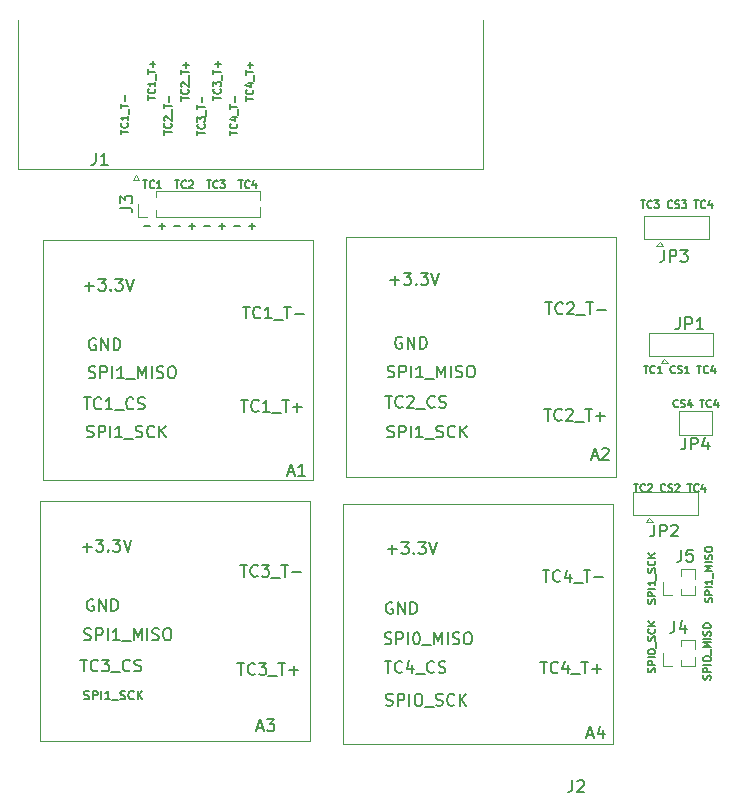
<source format=gbr>
%TF.GenerationSoftware,KiCad,Pcbnew,7.0.1-0*%
%TF.CreationDate,2023-09-14T23:48:01-07:00*%
%TF.ProjectId,TC-board,54432d62-6f61-4726-942e-6b696361645f,rev?*%
%TF.SameCoordinates,Original*%
%TF.FileFunction,Legend,Top*%
%TF.FilePolarity,Positive*%
%FSLAX46Y46*%
G04 Gerber Fmt 4.6, Leading zero omitted, Abs format (unit mm)*
G04 Created by KiCad (PCBNEW 7.0.1-0) date 2023-09-14 23:48:01*
%MOMM*%
%LPD*%
G01*
G04 APERTURE LIST*
%ADD10C,0.150000*%
%ADD11C,0.127000*%
%ADD12C,0.149860*%
%ADD13C,0.120000*%
G04 APERTURE END LIST*
D10*
X134461904Y-87625238D02*
X134366666Y-87577619D01*
X134366666Y-87577619D02*
X134223809Y-87577619D01*
X134223809Y-87577619D02*
X134080952Y-87625238D01*
X134080952Y-87625238D02*
X133985714Y-87720476D01*
X133985714Y-87720476D02*
X133938095Y-87815714D01*
X133938095Y-87815714D02*
X133890476Y-88006190D01*
X133890476Y-88006190D02*
X133890476Y-88149047D01*
X133890476Y-88149047D02*
X133938095Y-88339523D01*
X133938095Y-88339523D02*
X133985714Y-88434761D01*
X133985714Y-88434761D02*
X134080952Y-88530000D01*
X134080952Y-88530000D02*
X134223809Y-88577619D01*
X134223809Y-88577619D02*
X134319047Y-88577619D01*
X134319047Y-88577619D02*
X134461904Y-88530000D01*
X134461904Y-88530000D02*
X134509523Y-88482380D01*
X134509523Y-88482380D02*
X134509523Y-88149047D01*
X134509523Y-88149047D02*
X134319047Y-88149047D01*
X134938095Y-88577619D02*
X134938095Y-87577619D01*
X134938095Y-87577619D02*
X135509523Y-88577619D01*
X135509523Y-88577619D02*
X135509523Y-87577619D01*
X135985714Y-88577619D02*
X135985714Y-87577619D01*
X135985714Y-87577619D02*
X136223809Y-87577619D01*
X136223809Y-87577619D02*
X136366666Y-87625238D01*
X136366666Y-87625238D02*
X136461904Y-87720476D01*
X136461904Y-87720476D02*
X136509523Y-87815714D01*
X136509523Y-87815714D02*
X136557142Y-88006190D01*
X136557142Y-88006190D02*
X136557142Y-88149047D01*
X136557142Y-88149047D02*
X136509523Y-88339523D01*
X136509523Y-88339523D02*
X136461904Y-88434761D01*
X136461904Y-88434761D02*
X136366666Y-88530000D01*
X136366666Y-88530000D02*
X136223809Y-88577619D01*
X136223809Y-88577619D02*
X135985714Y-88577619D01*
D11*
X119307288Y-45069523D02*
X119307288Y-44706666D01*
X119942288Y-44888095D02*
X119307288Y-44888095D01*
X119881811Y-44132142D02*
X119912050Y-44162380D01*
X119912050Y-44162380D02*
X119942288Y-44253094D01*
X119942288Y-44253094D02*
X119942288Y-44313570D01*
X119942288Y-44313570D02*
X119912050Y-44404285D01*
X119912050Y-44404285D02*
X119851573Y-44464761D01*
X119851573Y-44464761D02*
X119791097Y-44494999D01*
X119791097Y-44494999D02*
X119670145Y-44525237D01*
X119670145Y-44525237D02*
X119579430Y-44525237D01*
X119579430Y-44525237D02*
X119458478Y-44494999D01*
X119458478Y-44494999D02*
X119398002Y-44464761D01*
X119398002Y-44464761D02*
X119337526Y-44404285D01*
X119337526Y-44404285D02*
X119307288Y-44313570D01*
X119307288Y-44313570D02*
X119307288Y-44253094D01*
X119307288Y-44253094D02*
X119337526Y-44162380D01*
X119337526Y-44162380D02*
X119367764Y-44132142D01*
X119307288Y-43920475D02*
X119307288Y-43527380D01*
X119307288Y-43527380D02*
X119549192Y-43739047D01*
X119549192Y-43739047D02*
X119549192Y-43648332D01*
X119549192Y-43648332D02*
X119579430Y-43587856D01*
X119579430Y-43587856D02*
X119609669Y-43557618D01*
X119609669Y-43557618D02*
X119670145Y-43527380D01*
X119670145Y-43527380D02*
X119821335Y-43527380D01*
X119821335Y-43527380D02*
X119881811Y-43557618D01*
X119881811Y-43557618D02*
X119912050Y-43587856D01*
X119912050Y-43587856D02*
X119942288Y-43648332D01*
X119942288Y-43648332D02*
X119942288Y-43829761D01*
X119942288Y-43829761D02*
X119912050Y-43890237D01*
X119912050Y-43890237D02*
X119881811Y-43920475D01*
X120002764Y-43406428D02*
X120002764Y-42922618D01*
X119307288Y-42862141D02*
X119307288Y-42499284D01*
X119942288Y-42680713D02*
X119307288Y-42680713D01*
X119700383Y-42287617D02*
X119700383Y-41803808D01*
X119942288Y-42045712D02*
X119458478Y-42045712D01*
D10*
X121805238Y-62567619D02*
X122376666Y-62567619D01*
X122090952Y-63567619D02*
X122090952Y-62567619D01*
X123281428Y-63472380D02*
X123233809Y-63520000D01*
X123233809Y-63520000D02*
X123090952Y-63567619D01*
X123090952Y-63567619D02*
X122995714Y-63567619D01*
X122995714Y-63567619D02*
X122852857Y-63520000D01*
X122852857Y-63520000D02*
X122757619Y-63424761D01*
X122757619Y-63424761D02*
X122710000Y-63329523D01*
X122710000Y-63329523D02*
X122662381Y-63139047D01*
X122662381Y-63139047D02*
X122662381Y-62996190D01*
X122662381Y-62996190D02*
X122710000Y-62805714D01*
X122710000Y-62805714D02*
X122757619Y-62710476D01*
X122757619Y-62710476D02*
X122852857Y-62615238D01*
X122852857Y-62615238D02*
X122995714Y-62567619D01*
X122995714Y-62567619D02*
X123090952Y-62567619D01*
X123090952Y-62567619D02*
X123233809Y-62615238D01*
X123233809Y-62615238D02*
X123281428Y-62662857D01*
X124233809Y-63567619D02*
X123662381Y-63567619D01*
X123948095Y-63567619D02*
X123948095Y-62567619D01*
X123948095Y-62567619D02*
X123852857Y-62710476D01*
X123852857Y-62710476D02*
X123757619Y-62805714D01*
X123757619Y-62805714D02*
X123662381Y-62853333D01*
X124424286Y-63662857D02*
X125186190Y-63662857D01*
X125281429Y-62567619D02*
X125852857Y-62567619D01*
X125567143Y-63567619D02*
X125567143Y-62567619D01*
X126186191Y-63186666D02*
X126948096Y-63186666D01*
X147415238Y-62217619D02*
X147986666Y-62217619D01*
X147700952Y-63217619D02*
X147700952Y-62217619D01*
X148891428Y-63122380D02*
X148843809Y-63170000D01*
X148843809Y-63170000D02*
X148700952Y-63217619D01*
X148700952Y-63217619D02*
X148605714Y-63217619D01*
X148605714Y-63217619D02*
X148462857Y-63170000D01*
X148462857Y-63170000D02*
X148367619Y-63074761D01*
X148367619Y-63074761D02*
X148320000Y-62979523D01*
X148320000Y-62979523D02*
X148272381Y-62789047D01*
X148272381Y-62789047D02*
X148272381Y-62646190D01*
X148272381Y-62646190D02*
X148320000Y-62455714D01*
X148320000Y-62455714D02*
X148367619Y-62360476D01*
X148367619Y-62360476D02*
X148462857Y-62265238D01*
X148462857Y-62265238D02*
X148605714Y-62217619D01*
X148605714Y-62217619D02*
X148700952Y-62217619D01*
X148700952Y-62217619D02*
X148843809Y-62265238D01*
X148843809Y-62265238D02*
X148891428Y-62312857D01*
X149272381Y-62312857D02*
X149320000Y-62265238D01*
X149320000Y-62265238D02*
X149415238Y-62217619D01*
X149415238Y-62217619D02*
X149653333Y-62217619D01*
X149653333Y-62217619D02*
X149748571Y-62265238D01*
X149748571Y-62265238D02*
X149796190Y-62312857D01*
X149796190Y-62312857D02*
X149843809Y-62408095D01*
X149843809Y-62408095D02*
X149843809Y-62503333D01*
X149843809Y-62503333D02*
X149796190Y-62646190D01*
X149796190Y-62646190D02*
X149224762Y-63217619D01*
X149224762Y-63217619D02*
X149843809Y-63217619D01*
X150034286Y-63312857D02*
X150796190Y-63312857D01*
X150891429Y-62217619D02*
X151462857Y-62217619D01*
X151177143Y-63217619D02*
X151177143Y-62217619D01*
X151796191Y-62836666D02*
X152558096Y-62836666D01*
D11*
X161522050Y-87589047D02*
X161552288Y-87498333D01*
X161552288Y-87498333D02*
X161552288Y-87347142D01*
X161552288Y-87347142D02*
X161522050Y-87286666D01*
X161522050Y-87286666D02*
X161491811Y-87256428D01*
X161491811Y-87256428D02*
X161431335Y-87226190D01*
X161431335Y-87226190D02*
X161370859Y-87226190D01*
X161370859Y-87226190D02*
X161310383Y-87256428D01*
X161310383Y-87256428D02*
X161280145Y-87286666D01*
X161280145Y-87286666D02*
X161249907Y-87347142D01*
X161249907Y-87347142D02*
X161219669Y-87468095D01*
X161219669Y-87468095D02*
X161189430Y-87528571D01*
X161189430Y-87528571D02*
X161159192Y-87558809D01*
X161159192Y-87558809D02*
X161098716Y-87589047D01*
X161098716Y-87589047D02*
X161038240Y-87589047D01*
X161038240Y-87589047D02*
X160977764Y-87558809D01*
X160977764Y-87558809D02*
X160947526Y-87528571D01*
X160947526Y-87528571D02*
X160917288Y-87468095D01*
X160917288Y-87468095D02*
X160917288Y-87316904D01*
X160917288Y-87316904D02*
X160947526Y-87226190D01*
X161552288Y-86954047D02*
X160917288Y-86954047D01*
X160917288Y-86954047D02*
X160917288Y-86712142D01*
X160917288Y-86712142D02*
X160947526Y-86651666D01*
X160947526Y-86651666D02*
X160977764Y-86621428D01*
X160977764Y-86621428D02*
X161038240Y-86591190D01*
X161038240Y-86591190D02*
X161128954Y-86591190D01*
X161128954Y-86591190D02*
X161189430Y-86621428D01*
X161189430Y-86621428D02*
X161219669Y-86651666D01*
X161219669Y-86651666D02*
X161249907Y-86712142D01*
X161249907Y-86712142D02*
X161249907Y-86954047D01*
X161552288Y-86319047D02*
X160917288Y-86319047D01*
X161552288Y-85684047D02*
X161552288Y-86046904D01*
X161552288Y-85865476D02*
X160917288Y-85865476D01*
X160917288Y-85865476D02*
X161008002Y-85925952D01*
X161008002Y-85925952D02*
X161068478Y-85986428D01*
X161068478Y-85986428D02*
X161098716Y-86046904D01*
X161612764Y-85563095D02*
X161612764Y-85079285D01*
X161552288Y-84928094D02*
X160917288Y-84928094D01*
X160917288Y-84928094D02*
X161370859Y-84716427D01*
X161370859Y-84716427D02*
X160917288Y-84504761D01*
X160917288Y-84504761D02*
X161552288Y-84504761D01*
X161552288Y-84202380D02*
X160917288Y-84202380D01*
X161522050Y-83930237D02*
X161552288Y-83839523D01*
X161552288Y-83839523D02*
X161552288Y-83688332D01*
X161552288Y-83688332D02*
X161522050Y-83627856D01*
X161522050Y-83627856D02*
X161491811Y-83597618D01*
X161491811Y-83597618D02*
X161431335Y-83567380D01*
X161431335Y-83567380D02*
X161370859Y-83567380D01*
X161370859Y-83567380D02*
X161310383Y-83597618D01*
X161310383Y-83597618D02*
X161280145Y-83627856D01*
X161280145Y-83627856D02*
X161249907Y-83688332D01*
X161249907Y-83688332D02*
X161219669Y-83809285D01*
X161219669Y-83809285D02*
X161189430Y-83869761D01*
X161189430Y-83869761D02*
X161159192Y-83899999D01*
X161159192Y-83899999D02*
X161098716Y-83930237D01*
X161098716Y-83930237D02*
X161038240Y-83930237D01*
X161038240Y-83930237D02*
X160977764Y-83899999D01*
X160977764Y-83899999D02*
X160947526Y-83869761D01*
X160947526Y-83869761D02*
X160917288Y-83809285D01*
X160917288Y-83809285D02*
X160917288Y-83658094D01*
X160917288Y-83658094D02*
X160947526Y-83567380D01*
X160917288Y-83174285D02*
X160917288Y-83053332D01*
X160917288Y-83053332D02*
X160947526Y-82992856D01*
X160947526Y-82992856D02*
X161008002Y-82932380D01*
X161008002Y-82932380D02*
X161128954Y-82902142D01*
X161128954Y-82902142D02*
X161340621Y-82902142D01*
X161340621Y-82902142D02*
X161461573Y-82932380D01*
X161461573Y-82932380D02*
X161522050Y-82992856D01*
X161522050Y-82992856D02*
X161552288Y-83053332D01*
X161552288Y-83053332D02*
X161552288Y-83174285D01*
X161552288Y-83174285D02*
X161522050Y-83234761D01*
X161522050Y-83234761D02*
X161461573Y-83295237D01*
X161461573Y-83295237D02*
X161340621Y-83325475D01*
X161340621Y-83325475D02*
X161128954Y-83325475D01*
X161128954Y-83325475D02*
X161008002Y-83295237D01*
X161008002Y-83295237D02*
X160947526Y-83234761D01*
X160947526Y-83234761D02*
X160917288Y-83174285D01*
X154910476Y-77587288D02*
X155273333Y-77587288D01*
X155091904Y-78222288D02*
X155091904Y-77587288D01*
X155847857Y-78161811D02*
X155817619Y-78192050D01*
X155817619Y-78192050D02*
X155726905Y-78222288D01*
X155726905Y-78222288D02*
X155666429Y-78222288D01*
X155666429Y-78222288D02*
X155575714Y-78192050D01*
X155575714Y-78192050D02*
X155515238Y-78131573D01*
X155515238Y-78131573D02*
X155485000Y-78071097D01*
X155485000Y-78071097D02*
X155454762Y-77950145D01*
X155454762Y-77950145D02*
X155454762Y-77859430D01*
X155454762Y-77859430D02*
X155485000Y-77738478D01*
X155485000Y-77738478D02*
X155515238Y-77678002D01*
X155515238Y-77678002D02*
X155575714Y-77617526D01*
X155575714Y-77617526D02*
X155666429Y-77587288D01*
X155666429Y-77587288D02*
X155726905Y-77587288D01*
X155726905Y-77587288D02*
X155817619Y-77617526D01*
X155817619Y-77617526D02*
X155847857Y-77647764D01*
X156089762Y-77647764D02*
X156120000Y-77617526D01*
X156120000Y-77617526D02*
X156180476Y-77587288D01*
X156180476Y-77587288D02*
X156331667Y-77587288D01*
X156331667Y-77587288D02*
X156392143Y-77617526D01*
X156392143Y-77617526D02*
X156422381Y-77647764D01*
X156422381Y-77647764D02*
X156452619Y-77708240D01*
X156452619Y-77708240D02*
X156452619Y-77768716D01*
X156452619Y-77768716D02*
X156422381Y-77859430D01*
X156422381Y-77859430D02*
X156059524Y-78222288D01*
X156059524Y-78222288D02*
X156452619Y-78222288D01*
X157571429Y-78161811D02*
X157541191Y-78192050D01*
X157541191Y-78192050D02*
X157450477Y-78222288D01*
X157450477Y-78222288D02*
X157390001Y-78222288D01*
X157390001Y-78222288D02*
X157299286Y-78192050D01*
X157299286Y-78192050D02*
X157238810Y-78131573D01*
X157238810Y-78131573D02*
X157208572Y-78071097D01*
X157208572Y-78071097D02*
X157178334Y-77950145D01*
X157178334Y-77950145D02*
X157178334Y-77859430D01*
X157178334Y-77859430D02*
X157208572Y-77738478D01*
X157208572Y-77738478D02*
X157238810Y-77678002D01*
X157238810Y-77678002D02*
X157299286Y-77617526D01*
X157299286Y-77617526D02*
X157390001Y-77587288D01*
X157390001Y-77587288D02*
X157450477Y-77587288D01*
X157450477Y-77587288D02*
X157541191Y-77617526D01*
X157541191Y-77617526D02*
X157571429Y-77647764D01*
X157813334Y-78192050D02*
X157904048Y-78222288D01*
X157904048Y-78222288D02*
X158055239Y-78222288D01*
X158055239Y-78222288D02*
X158115715Y-78192050D01*
X158115715Y-78192050D02*
X158145953Y-78161811D01*
X158145953Y-78161811D02*
X158176191Y-78101335D01*
X158176191Y-78101335D02*
X158176191Y-78040859D01*
X158176191Y-78040859D02*
X158145953Y-77980383D01*
X158145953Y-77980383D02*
X158115715Y-77950145D01*
X158115715Y-77950145D02*
X158055239Y-77919907D01*
X158055239Y-77919907D02*
X157934286Y-77889669D01*
X157934286Y-77889669D02*
X157873810Y-77859430D01*
X157873810Y-77859430D02*
X157843572Y-77829192D01*
X157843572Y-77829192D02*
X157813334Y-77768716D01*
X157813334Y-77768716D02*
X157813334Y-77708240D01*
X157813334Y-77708240D02*
X157843572Y-77647764D01*
X157843572Y-77647764D02*
X157873810Y-77617526D01*
X157873810Y-77617526D02*
X157934286Y-77587288D01*
X157934286Y-77587288D02*
X158085477Y-77587288D01*
X158085477Y-77587288D02*
X158176191Y-77617526D01*
X158418096Y-77647764D02*
X158448334Y-77617526D01*
X158448334Y-77617526D02*
X158508810Y-77587288D01*
X158508810Y-77587288D02*
X158660001Y-77587288D01*
X158660001Y-77587288D02*
X158720477Y-77617526D01*
X158720477Y-77617526D02*
X158750715Y-77647764D01*
X158750715Y-77647764D02*
X158780953Y-77708240D01*
X158780953Y-77708240D02*
X158780953Y-77768716D01*
X158780953Y-77768716D02*
X158750715Y-77859430D01*
X158750715Y-77859430D02*
X158387858Y-78222288D01*
X158387858Y-78222288D02*
X158780953Y-78222288D01*
X159446192Y-77587288D02*
X159809049Y-77587288D01*
X159627620Y-78222288D02*
X159627620Y-77587288D01*
X160383573Y-78161811D02*
X160353335Y-78192050D01*
X160353335Y-78192050D02*
X160262621Y-78222288D01*
X160262621Y-78222288D02*
X160202145Y-78222288D01*
X160202145Y-78222288D02*
X160111430Y-78192050D01*
X160111430Y-78192050D02*
X160050954Y-78131573D01*
X160050954Y-78131573D02*
X160020716Y-78071097D01*
X160020716Y-78071097D02*
X159990478Y-77950145D01*
X159990478Y-77950145D02*
X159990478Y-77859430D01*
X159990478Y-77859430D02*
X160020716Y-77738478D01*
X160020716Y-77738478D02*
X160050954Y-77678002D01*
X160050954Y-77678002D02*
X160111430Y-77617526D01*
X160111430Y-77617526D02*
X160202145Y-77587288D01*
X160202145Y-77587288D02*
X160262621Y-77587288D01*
X160262621Y-77587288D02*
X160353335Y-77617526D01*
X160353335Y-77617526D02*
X160383573Y-77647764D01*
X160927859Y-77798954D02*
X160927859Y-78222288D01*
X160776668Y-77557050D02*
X160625478Y-78010621D01*
X160625478Y-78010621D02*
X161018573Y-78010621D01*
D10*
X121585238Y-84427619D02*
X122156666Y-84427619D01*
X121870952Y-85427619D02*
X121870952Y-84427619D01*
X123061428Y-85332380D02*
X123013809Y-85380000D01*
X123013809Y-85380000D02*
X122870952Y-85427619D01*
X122870952Y-85427619D02*
X122775714Y-85427619D01*
X122775714Y-85427619D02*
X122632857Y-85380000D01*
X122632857Y-85380000D02*
X122537619Y-85284761D01*
X122537619Y-85284761D02*
X122490000Y-85189523D01*
X122490000Y-85189523D02*
X122442381Y-84999047D01*
X122442381Y-84999047D02*
X122442381Y-84856190D01*
X122442381Y-84856190D02*
X122490000Y-84665714D01*
X122490000Y-84665714D02*
X122537619Y-84570476D01*
X122537619Y-84570476D02*
X122632857Y-84475238D01*
X122632857Y-84475238D02*
X122775714Y-84427619D01*
X122775714Y-84427619D02*
X122870952Y-84427619D01*
X122870952Y-84427619D02*
X123013809Y-84475238D01*
X123013809Y-84475238D02*
X123061428Y-84522857D01*
X123394762Y-84427619D02*
X124013809Y-84427619D01*
X124013809Y-84427619D02*
X123680476Y-84808571D01*
X123680476Y-84808571D02*
X123823333Y-84808571D01*
X123823333Y-84808571D02*
X123918571Y-84856190D01*
X123918571Y-84856190D02*
X123966190Y-84903809D01*
X123966190Y-84903809D02*
X124013809Y-84999047D01*
X124013809Y-84999047D02*
X124013809Y-85237142D01*
X124013809Y-85237142D02*
X123966190Y-85332380D01*
X123966190Y-85332380D02*
X123918571Y-85380000D01*
X123918571Y-85380000D02*
X123823333Y-85427619D01*
X123823333Y-85427619D02*
X123537619Y-85427619D01*
X123537619Y-85427619D02*
X123442381Y-85380000D01*
X123442381Y-85380000D02*
X123394762Y-85332380D01*
X124204286Y-85522857D02*
X124966190Y-85522857D01*
X125061429Y-84427619D02*
X125632857Y-84427619D01*
X125347143Y-85427619D02*
X125347143Y-84427619D01*
X125966191Y-85046666D02*
X126728096Y-85046666D01*
X121655238Y-70457619D02*
X122226666Y-70457619D01*
X121940952Y-71457619D02*
X121940952Y-70457619D01*
X123131428Y-71362380D02*
X123083809Y-71410000D01*
X123083809Y-71410000D02*
X122940952Y-71457619D01*
X122940952Y-71457619D02*
X122845714Y-71457619D01*
X122845714Y-71457619D02*
X122702857Y-71410000D01*
X122702857Y-71410000D02*
X122607619Y-71314761D01*
X122607619Y-71314761D02*
X122560000Y-71219523D01*
X122560000Y-71219523D02*
X122512381Y-71029047D01*
X122512381Y-71029047D02*
X122512381Y-70886190D01*
X122512381Y-70886190D02*
X122560000Y-70695714D01*
X122560000Y-70695714D02*
X122607619Y-70600476D01*
X122607619Y-70600476D02*
X122702857Y-70505238D01*
X122702857Y-70505238D02*
X122845714Y-70457619D01*
X122845714Y-70457619D02*
X122940952Y-70457619D01*
X122940952Y-70457619D02*
X123083809Y-70505238D01*
X123083809Y-70505238D02*
X123131428Y-70552857D01*
X124083809Y-71457619D02*
X123512381Y-71457619D01*
X123798095Y-71457619D02*
X123798095Y-70457619D01*
X123798095Y-70457619D02*
X123702857Y-70600476D01*
X123702857Y-70600476D02*
X123607619Y-70695714D01*
X123607619Y-70695714D02*
X123512381Y-70743333D01*
X124274286Y-71552857D02*
X125036190Y-71552857D01*
X125131429Y-70457619D02*
X125702857Y-70457619D01*
X125417143Y-71457619D02*
X125417143Y-70457619D01*
X126036191Y-71076666D02*
X126798096Y-71076666D01*
X126417143Y-71457619D02*
X126417143Y-70695714D01*
X133815238Y-92567619D02*
X134386666Y-92567619D01*
X134100952Y-93567619D02*
X134100952Y-92567619D01*
X135291428Y-93472380D02*
X135243809Y-93520000D01*
X135243809Y-93520000D02*
X135100952Y-93567619D01*
X135100952Y-93567619D02*
X135005714Y-93567619D01*
X135005714Y-93567619D02*
X134862857Y-93520000D01*
X134862857Y-93520000D02*
X134767619Y-93424761D01*
X134767619Y-93424761D02*
X134720000Y-93329523D01*
X134720000Y-93329523D02*
X134672381Y-93139047D01*
X134672381Y-93139047D02*
X134672381Y-92996190D01*
X134672381Y-92996190D02*
X134720000Y-92805714D01*
X134720000Y-92805714D02*
X134767619Y-92710476D01*
X134767619Y-92710476D02*
X134862857Y-92615238D01*
X134862857Y-92615238D02*
X135005714Y-92567619D01*
X135005714Y-92567619D02*
X135100952Y-92567619D01*
X135100952Y-92567619D02*
X135243809Y-92615238D01*
X135243809Y-92615238D02*
X135291428Y-92662857D01*
X136148571Y-92900952D02*
X136148571Y-93567619D01*
X135910476Y-92520000D02*
X135672381Y-93234285D01*
X135672381Y-93234285D02*
X136291428Y-93234285D01*
X136434286Y-93662857D02*
X137196190Y-93662857D01*
X138005714Y-93472380D02*
X137958095Y-93520000D01*
X137958095Y-93520000D02*
X137815238Y-93567619D01*
X137815238Y-93567619D02*
X137720000Y-93567619D01*
X137720000Y-93567619D02*
X137577143Y-93520000D01*
X137577143Y-93520000D02*
X137481905Y-93424761D01*
X137481905Y-93424761D02*
X137434286Y-93329523D01*
X137434286Y-93329523D02*
X137386667Y-93139047D01*
X137386667Y-93139047D02*
X137386667Y-92996190D01*
X137386667Y-92996190D02*
X137434286Y-92805714D01*
X137434286Y-92805714D02*
X137481905Y-92710476D01*
X137481905Y-92710476D02*
X137577143Y-92615238D01*
X137577143Y-92615238D02*
X137720000Y-92567619D01*
X137720000Y-92567619D02*
X137815238Y-92567619D01*
X137815238Y-92567619D02*
X137958095Y-92615238D01*
X137958095Y-92615238D02*
X138005714Y-92662857D01*
X138386667Y-93520000D02*
X138529524Y-93567619D01*
X138529524Y-93567619D02*
X138767619Y-93567619D01*
X138767619Y-93567619D02*
X138862857Y-93520000D01*
X138862857Y-93520000D02*
X138910476Y-93472380D01*
X138910476Y-93472380D02*
X138958095Y-93377142D01*
X138958095Y-93377142D02*
X138958095Y-93281904D01*
X138958095Y-93281904D02*
X138910476Y-93186666D01*
X138910476Y-93186666D02*
X138862857Y-93139047D01*
X138862857Y-93139047D02*
X138767619Y-93091428D01*
X138767619Y-93091428D02*
X138577143Y-93043809D01*
X138577143Y-93043809D02*
X138481905Y-92996190D01*
X138481905Y-92996190D02*
X138434286Y-92948571D01*
X138434286Y-92948571D02*
X138386667Y-92853333D01*
X138386667Y-92853333D02*
X138386667Y-92758095D01*
X138386667Y-92758095D02*
X138434286Y-92662857D01*
X138434286Y-92662857D02*
X138481905Y-92615238D01*
X138481905Y-92615238D02*
X138577143Y-92567619D01*
X138577143Y-92567619D02*
X138815238Y-92567619D01*
X138815238Y-92567619D02*
X138958095Y-92615238D01*
X133855238Y-70127619D02*
X134426666Y-70127619D01*
X134140952Y-71127619D02*
X134140952Y-70127619D01*
X135331428Y-71032380D02*
X135283809Y-71080000D01*
X135283809Y-71080000D02*
X135140952Y-71127619D01*
X135140952Y-71127619D02*
X135045714Y-71127619D01*
X135045714Y-71127619D02*
X134902857Y-71080000D01*
X134902857Y-71080000D02*
X134807619Y-70984761D01*
X134807619Y-70984761D02*
X134760000Y-70889523D01*
X134760000Y-70889523D02*
X134712381Y-70699047D01*
X134712381Y-70699047D02*
X134712381Y-70556190D01*
X134712381Y-70556190D02*
X134760000Y-70365714D01*
X134760000Y-70365714D02*
X134807619Y-70270476D01*
X134807619Y-70270476D02*
X134902857Y-70175238D01*
X134902857Y-70175238D02*
X135045714Y-70127619D01*
X135045714Y-70127619D02*
X135140952Y-70127619D01*
X135140952Y-70127619D02*
X135283809Y-70175238D01*
X135283809Y-70175238D02*
X135331428Y-70222857D01*
X135712381Y-70222857D02*
X135760000Y-70175238D01*
X135760000Y-70175238D02*
X135855238Y-70127619D01*
X135855238Y-70127619D02*
X136093333Y-70127619D01*
X136093333Y-70127619D02*
X136188571Y-70175238D01*
X136188571Y-70175238D02*
X136236190Y-70222857D01*
X136236190Y-70222857D02*
X136283809Y-70318095D01*
X136283809Y-70318095D02*
X136283809Y-70413333D01*
X136283809Y-70413333D02*
X136236190Y-70556190D01*
X136236190Y-70556190D02*
X135664762Y-71127619D01*
X135664762Y-71127619D02*
X136283809Y-71127619D01*
X136474286Y-71222857D02*
X137236190Y-71222857D01*
X138045714Y-71032380D02*
X137998095Y-71080000D01*
X137998095Y-71080000D02*
X137855238Y-71127619D01*
X137855238Y-71127619D02*
X137760000Y-71127619D01*
X137760000Y-71127619D02*
X137617143Y-71080000D01*
X137617143Y-71080000D02*
X137521905Y-70984761D01*
X137521905Y-70984761D02*
X137474286Y-70889523D01*
X137474286Y-70889523D02*
X137426667Y-70699047D01*
X137426667Y-70699047D02*
X137426667Y-70556190D01*
X137426667Y-70556190D02*
X137474286Y-70365714D01*
X137474286Y-70365714D02*
X137521905Y-70270476D01*
X137521905Y-70270476D02*
X137617143Y-70175238D01*
X137617143Y-70175238D02*
X137760000Y-70127619D01*
X137760000Y-70127619D02*
X137855238Y-70127619D01*
X137855238Y-70127619D02*
X137998095Y-70175238D01*
X137998095Y-70175238D02*
X138045714Y-70222857D01*
X138426667Y-71080000D02*
X138569524Y-71127619D01*
X138569524Y-71127619D02*
X138807619Y-71127619D01*
X138807619Y-71127619D02*
X138902857Y-71080000D01*
X138902857Y-71080000D02*
X138950476Y-71032380D01*
X138950476Y-71032380D02*
X138998095Y-70937142D01*
X138998095Y-70937142D02*
X138998095Y-70841904D01*
X138998095Y-70841904D02*
X138950476Y-70746666D01*
X138950476Y-70746666D02*
X138902857Y-70699047D01*
X138902857Y-70699047D02*
X138807619Y-70651428D01*
X138807619Y-70651428D02*
X138617143Y-70603809D01*
X138617143Y-70603809D02*
X138521905Y-70556190D01*
X138521905Y-70556190D02*
X138474286Y-70508571D01*
X138474286Y-70508571D02*
X138426667Y-70413333D01*
X138426667Y-70413333D02*
X138426667Y-70318095D01*
X138426667Y-70318095D02*
X138474286Y-70222857D01*
X138474286Y-70222857D02*
X138521905Y-70175238D01*
X138521905Y-70175238D02*
X138617143Y-70127619D01*
X138617143Y-70127619D02*
X138855238Y-70127619D01*
X138855238Y-70127619D02*
X138998095Y-70175238D01*
D11*
X161382050Y-94139047D02*
X161412288Y-94048333D01*
X161412288Y-94048333D02*
X161412288Y-93897142D01*
X161412288Y-93897142D02*
X161382050Y-93836666D01*
X161382050Y-93836666D02*
X161351811Y-93806428D01*
X161351811Y-93806428D02*
X161291335Y-93776190D01*
X161291335Y-93776190D02*
X161230859Y-93776190D01*
X161230859Y-93776190D02*
X161170383Y-93806428D01*
X161170383Y-93806428D02*
X161140145Y-93836666D01*
X161140145Y-93836666D02*
X161109907Y-93897142D01*
X161109907Y-93897142D02*
X161079669Y-94018095D01*
X161079669Y-94018095D02*
X161049430Y-94078571D01*
X161049430Y-94078571D02*
X161019192Y-94108809D01*
X161019192Y-94108809D02*
X160958716Y-94139047D01*
X160958716Y-94139047D02*
X160898240Y-94139047D01*
X160898240Y-94139047D02*
X160837764Y-94108809D01*
X160837764Y-94108809D02*
X160807526Y-94078571D01*
X160807526Y-94078571D02*
X160777288Y-94018095D01*
X160777288Y-94018095D02*
X160777288Y-93866904D01*
X160777288Y-93866904D02*
X160807526Y-93776190D01*
X161412288Y-93504047D02*
X160777288Y-93504047D01*
X160777288Y-93504047D02*
X160777288Y-93262142D01*
X160777288Y-93262142D02*
X160807526Y-93201666D01*
X160807526Y-93201666D02*
X160837764Y-93171428D01*
X160837764Y-93171428D02*
X160898240Y-93141190D01*
X160898240Y-93141190D02*
X160988954Y-93141190D01*
X160988954Y-93141190D02*
X161049430Y-93171428D01*
X161049430Y-93171428D02*
X161079669Y-93201666D01*
X161079669Y-93201666D02*
X161109907Y-93262142D01*
X161109907Y-93262142D02*
X161109907Y-93504047D01*
X161412288Y-92869047D02*
X160777288Y-92869047D01*
X160777288Y-92445714D02*
X160777288Y-92324761D01*
X160777288Y-92324761D02*
X160807526Y-92264285D01*
X160807526Y-92264285D02*
X160868002Y-92203809D01*
X160868002Y-92203809D02*
X160988954Y-92173571D01*
X160988954Y-92173571D02*
X161200621Y-92173571D01*
X161200621Y-92173571D02*
X161321573Y-92203809D01*
X161321573Y-92203809D02*
X161382050Y-92264285D01*
X161382050Y-92264285D02*
X161412288Y-92324761D01*
X161412288Y-92324761D02*
X161412288Y-92445714D01*
X161412288Y-92445714D02*
X161382050Y-92506190D01*
X161382050Y-92506190D02*
X161321573Y-92566666D01*
X161321573Y-92566666D02*
X161200621Y-92596904D01*
X161200621Y-92596904D02*
X160988954Y-92596904D01*
X160988954Y-92596904D02*
X160868002Y-92566666D01*
X160868002Y-92566666D02*
X160807526Y-92506190D01*
X160807526Y-92506190D02*
X160777288Y-92445714D01*
X161472764Y-92052619D02*
X161472764Y-91568809D01*
X161412288Y-91417618D02*
X160777288Y-91417618D01*
X160777288Y-91417618D02*
X161230859Y-91205951D01*
X161230859Y-91205951D02*
X160777288Y-90994285D01*
X160777288Y-90994285D02*
X161412288Y-90994285D01*
X161412288Y-90691904D02*
X160777288Y-90691904D01*
X161382050Y-90419761D02*
X161412288Y-90329047D01*
X161412288Y-90329047D02*
X161412288Y-90177856D01*
X161412288Y-90177856D02*
X161382050Y-90117380D01*
X161382050Y-90117380D02*
X161351811Y-90087142D01*
X161351811Y-90087142D02*
X161291335Y-90056904D01*
X161291335Y-90056904D02*
X161230859Y-90056904D01*
X161230859Y-90056904D02*
X161170383Y-90087142D01*
X161170383Y-90087142D02*
X161140145Y-90117380D01*
X161140145Y-90117380D02*
X161109907Y-90177856D01*
X161109907Y-90177856D02*
X161079669Y-90298809D01*
X161079669Y-90298809D02*
X161049430Y-90359285D01*
X161049430Y-90359285D02*
X161019192Y-90389523D01*
X161019192Y-90389523D02*
X160958716Y-90419761D01*
X160958716Y-90419761D02*
X160898240Y-90419761D01*
X160898240Y-90419761D02*
X160837764Y-90389523D01*
X160837764Y-90389523D02*
X160807526Y-90359285D01*
X160807526Y-90359285D02*
X160777288Y-90298809D01*
X160777288Y-90298809D02*
X160777288Y-90147618D01*
X160777288Y-90147618D02*
X160807526Y-90056904D01*
X160777288Y-89663809D02*
X160777288Y-89542856D01*
X160777288Y-89542856D02*
X160807526Y-89482380D01*
X160807526Y-89482380D02*
X160868002Y-89421904D01*
X160868002Y-89421904D02*
X160988954Y-89391666D01*
X160988954Y-89391666D02*
X161200621Y-89391666D01*
X161200621Y-89391666D02*
X161321573Y-89421904D01*
X161321573Y-89421904D02*
X161382050Y-89482380D01*
X161382050Y-89482380D02*
X161412288Y-89542856D01*
X161412288Y-89542856D02*
X161412288Y-89663809D01*
X161412288Y-89663809D02*
X161382050Y-89724285D01*
X161382050Y-89724285D02*
X161321573Y-89784761D01*
X161321573Y-89784761D02*
X161200621Y-89814999D01*
X161200621Y-89814999D02*
X160988954Y-89814999D01*
X160988954Y-89814999D02*
X160868002Y-89784761D01*
X160868002Y-89784761D02*
X160807526Y-89724285D01*
X160807526Y-89724285D02*
X160777288Y-89663809D01*
D10*
X108335238Y-70257619D02*
X108906666Y-70257619D01*
X108620952Y-71257619D02*
X108620952Y-70257619D01*
X109811428Y-71162380D02*
X109763809Y-71210000D01*
X109763809Y-71210000D02*
X109620952Y-71257619D01*
X109620952Y-71257619D02*
X109525714Y-71257619D01*
X109525714Y-71257619D02*
X109382857Y-71210000D01*
X109382857Y-71210000D02*
X109287619Y-71114761D01*
X109287619Y-71114761D02*
X109240000Y-71019523D01*
X109240000Y-71019523D02*
X109192381Y-70829047D01*
X109192381Y-70829047D02*
X109192381Y-70686190D01*
X109192381Y-70686190D02*
X109240000Y-70495714D01*
X109240000Y-70495714D02*
X109287619Y-70400476D01*
X109287619Y-70400476D02*
X109382857Y-70305238D01*
X109382857Y-70305238D02*
X109525714Y-70257619D01*
X109525714Y-70257619D02*
X109620952Y-70257619D01*
X109620952Y-70257619D02*
X109763809Y-70305238D01*
X109763809Y-70305238D02*
X109811428Y-70352857D01*
X110763809Y-71257619D02*
X110192381Y-71257619D01*
X110478095Y-71257619D02*
X110478095Y-70257619D01*
X110478095Y-70257619D02*
X110382857Y-70400476D01*
X110382857Y-70400476D02*
X110287619Y-70495714D01*
X110287619Y-70495714D02*
X110192381Y-70543333D01*
X110954286Y-71352857D02*
X111716190Y-71352857D01*
X112525714Y-71162380D02*
X112478095Y-71210000D01*
X112478095Y-71210000D02*
X112335238Y-71257619D01*
X112335238Y-71257619D02*
X112240000Y-71257619D01*
X112240000Y-71257619D02*
X112097143Y-71210000D01*
X112097143Y-71210000D02*
X112001905Y-71114761D01*
X112001905Y-71114761D02*
X111954286Y-71019523D01*
X111954286Y-71019523D02*
X111906667Y-70829047D01*
X111906667Y-70829047D02*
X111906667Y-70686190D01*
X111906667Y-70686190D02*
X111954286Y-70495714D01*
X111954286Y-70495714D02*
X112001905Y-70400476D01*
X112001905Y-70400476D02*
X112097143Y-70305238D01*
X112097143Y-70305238D02*
X112240000Y-70257619D01*
X112240000Y-70257619D02*
X112335238Y-70257619D01*
X112335238Y-70257619D02*
X112478095Y-70305238D01*
X112478095Y-70305238D02*
X112525714Y-70352857D01*
X112906667Y-71210000D02*
X113049524Y-71257619D01*
X113049524Y-71257619D02*
X113287619Y-71257619D01*
X113287619Y-71257619D02*
X113382857Y-71210000D01*
X113382857Y-71210000D02*
X113430476Y-71162380D01*
X113430476Y-71162380D02*
X113478095Y-71067142D01*
X113478095Y-71067142D02*
X113478095Y-70971904D01*
X113478095Y-70971904D02*
X113430476Y-70876666D01*
X113430476Y-70876666D02*
X113382857Y-70829047D01*
X113382857Y-70829047D02*
X113287619Y-70781428D01*
X113287619Y-70781428D02*
X113097143Y-70733809D01*
X113097143Y-70733809D02*
X113001905Y-70686190D01*
X113001905Y-70686190D02*
X112954286Y-70638571D01*
X112954286Y-70638571D02*
X112906667Y-70543333D01*
X112906667Y-70543333D02*
X112906667Y-70448095D01*
X112906667Y-70448095D02*
X112954286Y-70352857D01*
X112954286Y-70352857D02*
X113001905Y-70305238D01*
X113001905Y-70305238D02*
X113097143Y-70257619D01*
X113097143Y-70257619D02*
X113335238Y-70257619D01*
X113335238Y-70257619D02*
X113478095Y-70305238D01*
X134278095Y-60336666D02*
X135040000Y-60336666D01*
X134659047Y-60717619D02*
X134659047Y-59955714D01*
X135420952Y-59717619D02*
X136039999Y-59717619D01*
X136039999Y-59717619D02*
X135706666Y-60098571D01*
X135706666Y-60098571D02*
X135849523Y-60098571D01*
X135849523Y-60098571D02*
X135944761Y-60146190D01*
X135944761Y-60146190D02*
X135992380Y-60193809D01*
X135992380Y-60193809D02*
X136039999Y-60289047D01*
X136039999Y-60289047D02*
X136039999Y-60527142D01*
X136039999Y-60527142D02*
X135992380Y-60622380D01*
X135992380Y-60622380D02*
X135944761Y-60670000D01*
X135944761Y-60670000D02*
X135849523Y-60717619D01*
X135849523Y-60717619D02*
X135563809Y-60717619D01*
X135563809Y-60717619D02*
X135468571Y-60670000D01*
X135468571Y-60670000D02*
X135420952Y-60622380D01*
X136468571Y-60622380D02*
X136516190Y-60670000D01*
X136516190Y-60670000D02*
X136468571Y-60717619D01*
X136468571Y-60717619D02*
X136420952Y-60670000D01*
X136420952Y-60670000D02*
X136468571Y-60622380D01*
X136468571Y-60622380D02*
X136468571Y-60717619D01*
X136849523Y-59717619D02*
X137468570Y-59717619D01*
X137468570Y-59717619D02*
X137135237Y-60098571D01*
X137135237Y-60098571D02*
X137278094Y-60098571D01*
X137278094Y-60098571D02*
X137373332Y-60146190D01*
X137373332Y-60146190D02*
X137420951Y-60193809D01*
X137420951Y-60193809D02*
X137468570Y-60289047D01*
X137468570Y-60289047D02*
X137468570Y-60527142D01*
X137468570Y-60527142D02*
X137420951Y-60622380D01*
X137420951Y-60622380D02*
X137373332Y-60670000D01*
X137373332Y-60670000D02*
X137278094Y-60717619D01*
X137278094Y-60717619D02*
X136992380Y-60717619D01*
X136992380Y-60717619D02*
X136897142Y-60670000D01*
X136897142Y-60670000D02*
X136849523Y-60622380D01*
X137754285Y-59717619D02*
X138087618Y-60717619D01*
X138087618Y-60717619D02*
X138420951Y-59717619D01*
X133800476Y-91100000D02*
X133943333Y-91147619D01*
X133943333Y-91147619D02*
X134181428Y-91147619D01*
X134181428Y-91147619D02*
X134276666Y-91100000D01*
X134276666Y-91100000D02*
X134324285Y-91052380D01*
X134324285Y-91052380D02*
X134371904Y-90957142D01*
X134371904Y-90957142D02*
X134371904Y-90861904D01*
X134371904Y-90861904D02*
X134324285Y-90766666D01*
X134324285Y-90766666D02*
X134276666Y-90719047D01*
X134276666Y-90719047D02*
X134181428Y-90671428D01*
X134181428Y-90671428D02*
X133990952Y-90623809D01*
X133990952Y-90623809D02*
X133895714Y-90576190D01*
X133895714Y-90576190D02*
X133848095Y-90528571D01*
X133848095Y-90528571D02*
X133800476Y-90433333D01*
X133800476Y-90433333D02*
X133800476Y-90338095D01*
X133800476Y-90338095D02*
X133848095Y-90242857D01*
X133848095Y-90242857D02*
X133895714Y-90195238D01*
X133895714Y-90195238D02*
X133990952Y-90147619D01*
X133990952Y-90147619D02*
X134229047Y-90147619D01*
X134229047Y-90147619D02*
X134371904Y-90195238D01*
X134800476Y-91147619D02*
X134800476Y-90147619D01*
X134800476Y-90147619D02*
X135181428Y-90147619D01*
X135181428Y-90147619D02*
X135276666Y-90195238D01*
X135276666Y-90195238D02*
X135324285Y-90242857D01*
X135324285Y-90242857D02*
X135371904Y-90338095D01*
X135371904Y-90338095D02*
X135371904Y-90480952D01*
X135371904Y-90480952D02*
X135324285Y-90576190D01*
X135324285Y-90576190D02*
X135276666Y-90623809D01*
X135276666Y-90623809D02*
X135181428Y-90671428D01*
X135181428Y-90671428D02*
X134800476Y-90671428D01*
X135800476Y-91147619D02*
X135800476Y-90147619D01*
X136467142Y-90147619D02*
X136562380Y-90147619D01*
X136562380Y-90147619D02*
X136657618Y-90195238D01*
X136657618Y-90195238D02*
X136705237Y-90242857D01*
X136705237Y-90242857D02*
X136752856Y-90338095D01*
X136752856Y-90338095D02*
X136800475Y-90528571D01*
X136800475Y-90528571D02*
X136800475Y-90766666D01*
X136800475Y-90766666D02*
X136752856Y-90957142D01*
X136752856Y-90957142D02*
X136705237Y-91052380D01*
X136705237Y-91052380D02*
X136657618Y-91100000D01*
X136657618Y-91100000D02*
X136562380Y-91147619D01*
X136562380Y-91147619D02*
X136467142Y-91147619D01*
X136467142Y-91147619D02*
X136371904Y-91100000D01*
X136371904Y-91100000D02*
X136324285Y-91052380D01*
X136324285Y-91052380D02*
X136276666Y-90957142D01*
X136276666Y-90957142D02*
X136229047Y-90766666D01*
X136229047Y-90766666D02*
X136229047Y-90528571D01*
X136229047Y-90528571D02*
X136276666Y-90338095D01*
X136276666Y-90338095D02*
X136324285Y-90242857D01*
X136324285Y-90242857D02*
X136371904Y-90195238D01*
X136371904Y-90195238D02*
X136467142Y-90147619D01*
X136990952Y-91242857D02*
X137752856Y-91242857D01*
X137990952Y-91147619D02*
X137990952Y-90147619D01*
X137990952Y-90147619D02*
X138324285Y-90861904D01*
X138324285Y-90861904D02*
X138657618Y-90147619D01*
X138657618Y-90147619D02*
X138657618Y-91147619D01*
X139133809Y-91147619D02*
X139133809Y-90147619D01*
X139562380Y-91100000D02*
X139705237Y-91147619D01*
X139705237Y-91147619D02*
X139943332Y-91147619D01*
X139943332Y-91147619D02*
X140038570Y-91100000D01*
X140038570Y-91100000D02*
X140086189Y-91052380D01*
X140086189Y-91052380D02*
X140133808Y-90957142D01*
X140133808Y-90957142D02*
X140133808Y-90861904D01*
X140133808Y-90861904D02*
X140086189Y-90766666D01*
X140086189Y-90766666D02*
X140038570Y-90719047D01*
X140038570Y-90719047D02*
X139943332Y-90671428D01*
X139943332Y-90671428D02*
X139752856Y-90623809D01*
X139752856Y-90623809D02*
X139657618Y-90576190D01*
X139657618Y-90576190D02*
X139609999Y-90528571D01*
X139609999Y-90528571D02*
X139562380Y-90433333D01*
X139562380Y-90433333D02*
X139562380Y-90338095D01*
X139562380Y-90338095D02*
X139609999Y-90242857D01*
X139609999Y-90242857D02*
X139657618Y-90195238D01*
X139657618Y-90195238D02*
X139752856Y-90147619D01*
X139752856Y-90147619D02*
X139990951Y-90147619D01*
X139990951Y-90147619D02*
X140133808Y-90195238D01*
X140752856Y-90147619D02*
X140943332Y-90147619D01*
X140943332Y-90147619D02*
X141038570Y-90195238D01*
X141038570Y-90195238D02*
X141133808Y-90290476D01*
X141133808Y-90290476D02*
X141181427Y-90480952D01*
X141181427Y-90480952D02*
X141181427Y-90814285D01*
X141181427Y-90814285D02*
X141133808Y-91004761D01*
X141133808Y-91004761D02*
X141038570Y-91100000D01*
X141038570Y-91100000D02*
X140943332Y-91147619D01*
X140943332Y-91147619D02*
X140752856Y-91147619D01*
X140752856Y-91147619D02*
X140657618Y-91100000D01*
X140657618Y-91100000D02*
X140562380Y-91004761D01*
X140562380Y-91004761D02*
X140514761Y-90814285D01*
X140514761Y-90814285D02*
X140514761Y-90480952D01*
X140514761Y-90480952D02*
X140562380Y-90290476D01*
X140562380Y-90290476D02*
X140657618Y-90195238D01*
X140657618Y-90195238D02*
X140752856Y-90147619D01*
X121345238Y-92737619D02*
X121916666Y-92737619D01*
X121630952Y-93737619D02*
X121630952Y-92737619D01*
X122821428Y-93642380D02*
X122773809Y-93690000D01*
X122773809Y-93690000D02*
X122630952Y-93737619D01*
X122630952Y-93737619D02*
X122535714Y-93737619D01*
X122535714Y-93737619D02*
X122392857Y-93690000D01*
X122392857Y-93690000D02*
X122297619Y-93594761D01*
X122297619Y-93594761D02*
X122250000Y-93499523D01*
X122250000Y-93499523D02*
X122202381Y-93309047D01*
X122202381Y-93309047D02*
X122202381Y-93166190D01*
X122202381Y-93166190D02*
X122250000Y-92975714D01*
X122250000Y-92975714D02*
X122297619Y-92880476D01*
X122297619Y-92880476D02*
X122392857Y-92785238D01*
X122392857Y-92785238D02*
X122535714Y-92737619D01*
X122535714Y-92737619D02*
X122630952Y-92737619D01*
X122630952Y-92737619D02*
X122773809Y-92785238D01*
X122773809Y-92785238D02*
X122821428Y-92832857D01*
X123154762Y-92737619D02*
X123773809Y-92737619D01*
X123773809Y-92737619D02*
X123440476Y-93118571D01*
X123440476Y-93118571D02*
X123583333Y-93118571D01*
X123583333Y-93118571D02*
X123678571Y-93166190D01*
X123678571Y-93166190D02*
X123726190Y-93213809D01*
X123726190Y-93213809D02*
X123773809Y-93309047D01*
X123773809Y-93309047D02*
X123773809Y-93547142D01*
X123773809Y-93547142D02*
X123726190Y-93642380D01*
X123726190Y-93642380D02*
X123678571Y-93690000D01*
X123678571Y-93690000D02*
X123583333Y-93737619D01*
X123583333Y-93737619D02*
X123297619Y-93737619D01*
X123297619Y-93737619D02*
X123202381Y-93690000D01*
X123202381Y-93690000D02*
X123154762Y-93642380D01*
X123964286Y-93832857D02*
X124726190Y-93832857D01*
X124821429Y-92737619D02*
X125392857Y-92737619D01*
X125107143Y-93737619D02*
X125107143Y-92737619D01*
X125726191Y-93356666D02*
X126488096Y-93356666D01*
X126107143Y-93737619D02*
X126107143Y-92975714D01*
D11*
X111457288Y-47949523D02*
X111457288Y-47586666D01*
X112092288Y-47768095D02*
X111457288Y-47768095D01*
X112031811Y-47012142D02*
X112062050Y-47042380D01*
X112062050Y-47042380D02*
X112092288Y-47133094D01*
X112092288Y-47133094D02*
X112092288Y-47193570D01*
X112092288Y-47193570D02*
X112062050Y-47284285D01*
X112062050Y-47284285D02*
X112001573Y-47344761D01*
X112001573Y-47344761D02*
X111941097Y-47374999D01*
X111941097Y-47374999D02*
X111820145Y-47405237D01*
X111820145Y-47405237D02*
X111729430Y-47405237D01*
X111729430Y-47405237D02*
X111608478Y-47374999D01*
X111608478Y-47374999D02*
X111548002Y-47344761D01*
X111548002Y-47344761D02*
X111487526Y-47284285D01*
X111487526Y-47284285D02*
X111457288Y-47193570D01*
X111457288Y-47193570D02*
X111457288Y-47133094D01*
X111457288Y-47133094D02*
X111487526Y-47042380D01*
X111487526Y-47042380D02*
X111517764Y-47012142D01*
X112092288Y-46407380D02*
X112092288Y-46770237D01*
X112092288Y-46588809D02*
X111457288Y-46588809D01*
X111457288Y-46588809D02*
X111548002Y-46649285D01*
X111548002Y-46649285D02*
X111608478Y-46709761D01*
X111608478Y-46709761D02*
X111638716Y-46770237D01*
X112152764Y-46286428D02*
X112152764Y-45802618D01*
X111457288Y-45742141D02*
X111457288Y-45379284D01*
X112092288Y-45560713D02*
X111457288Y-45560713D01*
X111850383Y-45167617D02*
X111850383Y-44683808D01*
D10*
X146995238Y-92617619D02*
X147566666Y-92617619D01*
X147280952Y-93617619D02*
X147280952Y-92617619D01*
X148471428Y-93522380D02*
X148423809Y-93570000D01*
X148423809Y-93570000D02*
X148280952Y-93617619D01*
X148280952Y-93617619D02*
X148185714Y-93617619D01*
X148185714Y-93617619D02*
X148042857Y-93570000D01*
X148042857Y-93570000D02*
X147947619Y-93474761D01*
X147947619Y-93474761D02*
X147900000Y-93379523D01*
X147900000Y-93379523D02*
X147852381Y-93189047D01*
X147852381Y-93189047D02*
X147852381Y-93046190D01*
X147852381Y-93046190D02*
X147900000Y-92855714D01*
X147900000Y-92855714D02*
X147947619Y-92760476D01*
X147947619Y-92760476D02*
X148042857Y-92665238D01*
X148042857Y-92665238D02*
X148185714Y-92617619D01*
X148185714Y-92617619D02*
X148280952Y-92617619D01*
X148280952Y-92617619D02*
X148423809Y-92665238D01*
X148423809Y-92665238D02*
X148471428Y-92712857D01*
X149328571Y-92950952D02*
X149328571Y-93617619D01*
X149090476Y-92570000D02*
X148852381Y-93284285D01*
X148852381Y-93284285D02*
X149471428Y-93284285D01*
X149614286Y-93712857D02*
X150376190Y-93712857D01*
X150471429Y-92617619D02*
X151042857Y-92617619D01*
X150757143Y-93617619D02*
X150757143Y-92617619D01*
X151376191Y-93236666D02*
X152138096Y-93236666D01*
X151757143Y-93617619D02*
X151757143Y-92855714D01*
X135271904Y-65165238D02*
X135176666Y-65117619D01*
X135176666Y-65117619D02*
X135033809Y-65117619D01*
X135033809Y-65117619D02*
X134890952Y-65165238D01*
X134890952Y-65165238D02*
X134795714Y-65260476D01*
X134795714Y-65260476D02*
X134748095Y-65355714D01*
X134748095Y-65355714D02*
X134700476Y-65546190D01*
X134700476Y-65546190D02*
X134700476Y-65689047D01*
X134700476Y-65689047D02*
X134748095Y-65879523D01*
X134748095Y-65879523D02*
X134795714Y-65974761D01*
X134795714Y-65974761D02*
X134890952Y-66070000D01*
X134890952Y-66070000D02*
X135033809Y-66117619D01*
X135033809Y-66117619D02*
X135129047Y-66117619D01*
X135129047Y-66117619D02*
X135271904Y-66070000D01*
X135271904Y-66070000D02*
X135319523Y-66022380D01*
X135319523Y-66022380D02*
X135319523Y-65689047D01*
X135319523Y-65689047D02*
X135129047Y-65689047D01*
X135748095Y-66117619D02*
X135748095Y-65117619D01*
X135748095Y-65117619D02*
X136319523Y-66117619D01*
X136319523Y-66117619D02*
X136319523Y-65117619D01*
X136795714Y-66117619D02*
X136795714Y-65117619D01*
X136795714Y-65117619D02*
X137033809Y-65117619D01*
X137033809Y-65117619D02*
X137176666Y-65165238D01*
X137176666Y-65165238D02*
X137271904Y-65260476D01*
X137271904Y-65260476D02*
X137319523Y-65355714D01*
X137319523Y-65355714D02*
X137367142Y-65546190D01*
X137367142Y-65546190D02*
X137367142Y-65689047D01*
X137367142Y-65689047D02*
X137319523Y-65879523D01*
X137319523Y-65879523D02*
X137271904Y-65974761D01*
X137271904Y-65974761D02*
X137176666Y-66070000D01*
X137176666Y-66070000D02*
X137033809Y-66117619D01*
X137033809Y-66117619D02*
X136795714Y-66117619D01*
D11*
X117957288Y-48049523D02*
X117957288Y-47686666D01*
X118592288Y-47868095D02*
X117957288Y-47868095D01*
X118531811Y-47112142D02*
X118562050Y-47142380D01*
X118562050Y-47142380D02*
X118592288Y-47233094D01*
X118592288Y-47233094D02*
X118592288Y-47293570D01*
X118592288Y-47293570D02*
X118562050Y-47384285D01*
X118562050Y-47384285D02*
X118501573Y-47444761D01*
X118501573Y-47444761D02*
X118441097Y-47474999D01*
X118441097Y-47474999D02*
X118320145Y-47505237D01*
X118320145Y-47505237D02*
X118229430Y-47505237D01*
X118229430Y-47505237D02*
X118108478Y-47474999D01*
X118108478Y-47474999D02*
X118048002Y-47444761D01*
X118048002Y-47444761D02*
X117987526Y-47384285D01*
X117987526Y-47384285D02*
X117957288Y-47293570D01*
X117957288Y-47293570D02*
X117957288Y-47233094D01*
X117957288Y-47233094D02*
X117987526Y-47142380D01*
X117987526Y-47142380D02*
X118017764Y-47112142D01*
X117957288Y-46900475D02*
X117957288Y-46507380D01*
X117957288Y-46507380D02*
X118199192Y-46719047D01*
X118199192Y-46719047D02*
X118199192Y-46628332D01*
X118199192Y-46628332D02*
X118229430Y-46567856D01*
X118229430Y-46567856D02*
X118259669Y-46537618D01*
X118259669Y-46537618D02*
X118320145Y-46507380D01*
X118320145Y-46507380D02*
X118471335Y-46507380D01*
X118471335Y-46507380D02*
X118531811Y-46537618D01*
X118531811Y-46537618D02*
X118562050Y-46567856D01*
X118562050Y-46567856D02*
X118592288Y-46628332D01*
X118592288Y-46628332D02*
X118592288Y-46809761D01*
X118592288Y-46809761D02*
X118562050Y-46870237D01*
X118562050Y-46870237D02*
X118531811Y-46900475D01*
X118652764Y-46386428D02*
X118652764Y-45902618D01*
X117957288Y-45842141D02*
X117957288Y-45479284D01*
X118592288Y-45660713D02*
X117957288Y-45660713D01*
X118350383Y-45267617D02*
X118350383Y-44783808D01*
X113426190Y-55741460D02*
X113910000Y-55741460D01*
X114696190Y-55741460D02*
X115180000Y-55741460D01*
X114938095Y-56031745D02*
X114938095Y-55451174D01*
X115966190Y-55741460D02*
X116450000Y-55741460D01*
X117236190Y-55741460D02*
X117720000Y-55741460D01*
X117478095Y-56031745D02*
X117478095Y-55451174D01*
X118506190Y-55741460D02*
X118990000Y-55741460D01*
X119776190Y-55741460D02*
X120260000Y-55741460D01*
X120018095Y-56031745D02*
X120018095Y-55451174D01*
X121046190Y-55741460D02*
X121530000Y-55741460D01*
X122316190Y-55741460D02*
X122800000Y-55741460D01*
X122558095Y-56031745D02*
X122558095Y-55451174D01*
X113767288Y-45049523D02*
X113767288Y-44686666D01*
X114402288Y-44868095D02*
X113767288Y-44868095D01*
X114341811Y-44112142D02*
X114372050Y-44142380D01*
X114372050Y-44142380D02*
X114402288Y-44233094D01*
X114402288Y-44233094D02*
X114402288Y-44293570D01*
X114402288Y-44293570D02*
X114372050Y-44384285D01*
X114372050Y-44384285D02*
X114311573Y-44444761D01*
X114311573Y-44444761D02*
X114251097Y-44474999D01*
X114251097Y-44474999D02*
X114130145Y-44505237D01*
X114130145Y-44505237D02*
X114039430Y-44505237D01*
X114039430Y-44505237D02*
X113918478Y-44474999D01*
X113918478Y-44474999D02*
X113858002Y-44444761D01*
X113858002Y-44444761D02*
X113797526Y-44384285D01*
X113797526Y-44384285D02*
X113767288Y-44293570D01*
X113767288Y-44293570D02*
X113767288Y-44233094D01*
X113767288Y-44233094D02*
X113797526Y-44142380D01*
X113797526Y-44142380D02*
X113827764Y-44112142D01*
X114402288Y-43507380D02*
X114402288Y-43870237D01*
X114402288Y-43688809D02*
X113767288Y-43688809D01*
X113767288Y-43688809D02*
X113858002Y-43749285D01*
X113858002Y-43749285D02*
X113918478Y-43809761D01*
X113918478Y-43809761D02*
X113948716Y-43870237D01*
X114462764Y-43386428D02*
X114462764Y-42902618D01*
X113767288Y-42842141D02*
X113767288Y-42479284D01*
X114402288Y-42660713D02*
X113767288Y-42660713D01*
X114160383Y-42267617D02*
X114160383Y-41783808D01*
X114402288Y-42025712D02*
X113918478Y-42025712D01*
D10*
X108740476Y-68570000D02*
X108883333Y-68617619D01*
X108883333Y-68617619D02*
X109121428Y-68617619D01*
X109121428Y-68617619D02*
X109216666Y-68570000D01*
X109216666Y-68570000D02*
X109264285Y-68522380D01*
X109264285Y-68522380D02*
X109311904Y-68427142D01*
X109311904Y-68427142D02*
X109311904Y-68331904D01*
X109311904Y-68331904D02*
X109264285Y-68236666D01*
X109264285Y-68236666D02*
X109216666Y-68189047D01*
X109216666Y-68189047D02*
X109121428Y-68141428D01*
X109121428Y-68141428D02*
X108930952Y-68093809D01*
X108930952Y-68093809D02*
X108835714Y-68046190D01*
X108835714Y-68046190D02*
X108788095Y-67998571D01*
X108788095Y-67998571D02*
X108740476Y-67903333D01*
X108740476Y-67903333D02*
X108740476Y-67808095D01*
X108740476Y-67808095D02*
X108788095Y-67712857D01*
X108788095Y-67712857D02*
X108835714Y-67665238D01*
X108835714Y-67665238D02*
X108930952Y-67617619D01*
X108930952Y-67617619D02*
X109169047Y-67617619D01*
X109169047Y-67617619D02*
X109311904Y-67665238D01*
X109740476Y-68617619D02*
X109740476Y-67617619D01*
X109740476Y-67617619D02*
X110121428Y-67617619D01*
X110121428Y-67617619D02*
X110216666Y-67665238D01*
X110216666Y-67665238D02*
X110264285Y-67712857D01*
X110264285Y-67712857D02*
X110311904Y-67808095D01*
X110311904Y-67808095D02*
X110311904Y-67950952D01*
X110311904Y-67950952D02*
X110264285Y-68046190D01*
X110264285Y-68046190D02*
X110216666Y-68093809D01*
X110216666Y-68093809D02*
X110121428Y-68141428D01*
X110121428Y-68141428D02*
X109740476Y-68141428D01*
X110740476Y-68617619D02*
X110740476Y-67617619D01*
X111740475Y-68617619D02*
X111169047Y-68617619D01*
X111454761Y-68617619D02*
X111454761Y-67617619D01*
X111454761Y-67617619D02*
X111359523Y-67760476D01*
X111359523Y-67760476D02*
X111264285Y-67855714D01*
X111264285Y-67855714D02*
X111169047Y-67903333D01*
X111930952Y-68712857D02*
X112692856Y-68712857D01*
X112930952Y-68617619D02*
X112930952Y-67617619D01*
X112930952Y-67617619D02*
X113264285Y-68331904D01*
X113264285Y-68331904D02*
X113597618Y-67617619D01*
X113597618Y-67617619D02*
X113597618Y-68617619D01*
X114073809Y-68617619D02*
X114073809Y-67617619D01*
X114502380Y-68570000D02*
X114645237Y-68617619D01*
X114645237Y-68617619D02*
X114883332Y-68617619D01*
X114883332Y-68617619D02*
X114978570Y-68570000D01*
X114978570Y-68570000D02*
X115026189Y-68522380D01*
X115026189Y-68522380D02*
X115073808Y-68427142D01*
X115073808Y-68427142D02*
X115073808Y-68331904D01*
X115073808Y-68331904D02*
X115026189Y-68236666D01*
X115026189Y-68236666D02*
X114978570Y-68189047D01*
X114978570Y-68189047D02*
X114883332Y-68141428D01*
X114883332Y-68141428D02*
X114692856Y-68093809D01*
X114692856Y-68093809D02*
X114597618Y-68046190D01*
X114597618Y-68046190D02*
X114549999Y-67998571D01*
X114549999Y-67998571D02*
X114502380Y-67903333D01*
X114502380Y-67903333D02*
X114502380Y-67808095D01*
X114502380Y-67808095D02*
X114549999Y-67712857D01*
X114549999Y-67712857D02*
X114597618Y-67665238D01*
X114597618Y-67665238D02*
X114692856Y-67617619D01*
X114692856Y-67617619D02*
X114930951Y-67617619D01*
X114930951Y-67617619D02*
X115073808Y-67665238D01*
X115692856Y-67617619D02*
X115883332Y-67617619D01*
X115883332Y-67617619D02*
X115978570Y-67665238D01*
X115978570Y-67665238D02*
X116073808Y-67760476D01*
X116073808Y-67760476D02*
X116121427Y-67950952D01*
X116121427Y-67950952D02*
X116121427Y-68284285D01*
X116121427Y-68284285D02*
X116073808Y-68474761D01*
X116073808Y-68474761D02*
X115978570Y-68570000D01*
X115978570Y-68570000D02*
X115883332Y-68617619D01*
X115883332Y-68617619D02*
X115692856Y-68617619D01*
X115692856Y-68617619D02*
X115597618Y-68570000D01*
X115597618Y-68570000D02*
X115502380Y-68474761D01*
X115502380Y-68474761D02*
X115454761Y-68284285D01*
X115454761Y-68284285D02*
X115454761Y-67950952D01*
X115454761Y-67950952D02*
X115502380Y-67760476D01*
X115502380Y-67760476D02*
X115597618Y-67665238D01*
X115597618Y-67665238D02*
X115692856Y-67617619D01*
X147185238Y-84877619D02*
X147756666Y-84877619D01*
X147470952Y-85877619D02*
X147470952Y-84877619D01*
X148661428Y-85782380D02*
X148613809Y-85830000D01*
X148613809Y-85830000D02*
X148470952Y-85877619D01*
X148470952Y-85877619D02*
X148375714Y-85877619D01*
X148375714Y-85877619D02*
X148232857Y-85830000D01*
X148232857Y-85830000D02*
X148137619Y-85734761D01*
X148137619Y-85734761D02*
X148090000Y-85639523D01*
X148090000Y-85639523D02*
X148042381Y-85449047D01*
X148042381Y-85449047D02*
X148042381Y-85306190D01*
X148042381Y-85306190D02*
X148090000Y-85115714D01*
X148090000Y-85115714D02*
X148137619Y-85020476D01*
X148137619Y-85020476D02*
X148232857Y-84925238D01*
X148232857Y-84925238D02*
X148375714Y-84877619D01*
X148375714Y-84877619D02*
X148470952Y-84877619D01*
X148470952Y-84877619D02*
X148613809Y-84925238D01*
X148613809Y-84925238D02*
X148661428Y-84972857D01*
X149518571Y-85210952D02*
X149518571Y-85877619D01*
X149280476Y-84830000D02*
X149042381Y-85544285D01*
X149042381Y-85544285D02*
X149661428Y-85544285D01*
X149804286Y-85972857D02*
X150566190Y-85972857D01*
X150661429Y-84877619D02*
X151232857Y-84877619D01*
X150947143Y-85877619D02*
X150947143Y-84877619D01*
X151566191Y-85496666D02*
X152328096Y-85496666D01*
X108055238Y-92447619D02*
X108626666Y-92447619D01*
X108340952Y-93447619D02*
X108340952Y-92447619D01*
X109531428Y-93352380D02*
X109483809Y-93400000D01*
X109483809Y-93400000D02*
X109340952Y-93447619D01*
X109340952Y-93447619D02*
X109245714Y-93447619D01*
X109245714Y-93447619D02*
X109102857Y-93400000D01*
X109102857Y-93400000D02*
X109007619Y-93304761D01*
X109007619Y-93304761D02*
X108960000Y-93209523D01*
X108960000Y-93209523D02*
X108912381Y-93019047D01*
X108912381Y-93019047D02*
X108912381Y-92876190D01*
X108912381Y-92876190D02*
X108960000Y-92685714D01*
X108960000Y-92685714D02*
X109007619Y-92590476D01*
X109007619Y-92590476D02*
X109102857Y-92495238D01*
X109102857Y-92495238D02*
X109245714Y-92447619D01*
X109245714Y-92447619D02*
X109340952Y-92447619D01*
X109340952Y-92447619D02*
X109483809Y-92495238D01*
X109483809Y-92495238D02*
X109531428Y-92542857D01*
X109864762Y-92447619D02*
X110483809Y-92447619D01*
X110483809Y-92447619D02*
X110150476Y-92828571D01*
X110150476Y-92828571D02*
X110293333Y-92828571D01*
X110293333Y-92828571D02*
X110388571Y-92876190D01*
X110388571Y-92876190D02*
X110436190Y-92923809D01*
X110436190Y-92923809D02*
X110483809Y-93019047D01*
X110483809Y-93019047D02*
X110483809Y-93257142D01*
X110483809Y-93257142D02*
X110436190Y-93352380D01*
X110436190Y-93352380D02*
X110388571Y-93400000D01*
X110388571Y-93400000D02*
X110293333Y-93447619D01*
X110293333Y-93447619D02*
X110007619Y-93447619D01*
X110007619Y-93447619D02*
X109912381Y-93400000D01*
X109912381Y-93400000D02*
X109864762Y-93352380D01*
X110674286Y-93542857D02*
X111436190Y-93542857D01*
X112245714Y-93352380D02*
X112198095Y-93400000D01*
X112198095Y-93400000D02*
X112055238Y-93447619D01*
X112055238Y-93447619D02*
X111960000Y-93447619D01*
X111960000Y-93447619D02*
X111817143Y-93400000D01*
X111817143Y-93400000D02*
X111721905Y-93304761D01*
X111721905Y-93304761D02*
X111674286Y-93209523D01*
X111674286Y-93209523D02*
X111626667Y-93019047D01*
X111626667Y-93019047D02*
X111626667Y-92876190D01*
X111626667Y-92876190D02*
X111674286Y-92685714D01*
X111674286Y-92685714D02*
X111721905Y-92590476D01*
X111721905Y-92590476D02*
X111817143Y-92495238D01*
X111817143Y-92495238D02*
X111960000Y-92447619D01*
X111960000Y-92447619D02*
X112055238Y-92447619D01*
X112055238Y-92447619D02*
X112198095Y-92495238D01*
X112198095Y-92495238D02*
X112245714Y-92542857D01*
X112626667Y-93400000D02*
X112769524Y-93447619D01*
X112769524Y-93447619D02*
X113007619Y-93447619D01*
X113007619Y-93447619D02*
X113102857Y-93400000D01*
X113102857Y-93400000D02*
X113150476Y-93352380D01*
X113150476Y-93352380D02*
X113198095Y-93257142D01*
X113198095Y-93257142D02*
X113198095Y-93161904D01*
X113198095Y-93161904D02*
X113150476Y-93066666D01*
X113150476Y-93066666D02*
X113102857Y-93019047D01*
X113102857Y-93019047D02*
X113007619Y-92971428D01*
X113007619Y-92971428D02*
X112817143Y-92923809D01*
X112817143Y-92923809D02*
X112721905Y-92876190D01*
X112721905Y-92876190D02*
X112674286Y-92828571D01*
X112674286Y-92828571D02*
X112626667Y-92733333D01*
X112626667Y-92733333D02*
X112626667Y-92638095D01*
X112626667Y-92638095D02*
X112674286Y-92542857D01*
X112674286Y-92542857D02*
X112721905Y-92495238D01*
X112721905Y-92495238D02*
X112817143Y-92447619D01*
X112817143Y-92447619D02*
X113055238Y-92447619D01*
X113055238Y-92447619D02*
X113198095Y-92495238D01*
X133910476Y-96310000D02*
X134053333Y-96357619D01*
X134053333Y-96357619D02*
X134291428Y-96357619D01*
X134291428Y-96357619D02*
X134386666Y-96310000D01*
X134386666Y-96310000D02*
X134434285Y-96262380D01*
X134434285Y-96262380D02*
X134481904Y-96167142D01*
X134481904Y-96167142D02*
X134481904Y-96071904D01*
X134481904Y-96071904D02*
X134434285Y-95976666D01*
X134434285Y-95976666D02*
X134386666Y-95929047D01*
X134386666Y-95929047D02*
X134291428Y-95881428D01*
X134291428Y-95881428D02*
X134100952Y-95833809D01*
X134100952Y-95833809D02*
X134005714Y-95786190D01*
X134005714Y-95786190D02*
X133958095Y-95738571D01*
X133958095Y-95738571D02*
X133910476Y-95643333D01*
X133910476Y-95643333D02*
X133910476Y-95548095D01*
X133910476Y-95548095D02*
X133958095Y-95452857D01*
X133958095Y-95452857D02*
X134005714Y-95405238D01*
X134005714Y-95405238D02*
X134100952Y-95357619D01*
X134100952Y-95357619D02*
X134339047Y-95357619D01*
X134339047Y-95357619D02*
X134481904Y-95405238D01*
X134910476Y-96357619D02*
X134910476Y-95357619D01*
X134910476Y-95357619D02*
X135291428Y-95357619D01*
X135291428Y-95357619D02*
X135386666Y-95405238D01*
X135386666Y-95405238D02*
X135434285Y-95452857D01*
X135434285Y-95452857D02*
X135481904Y-95548095D01*
X135481904Y-95548095D02*
X135481904Y-95690952D01*
X135481904Y-95690952D02*
X135434285Y-95786190D01*
X135434285Y-95786190D02*
X135386666Y-95833809D01*
X135386666Y-95833809D02*
X135291428Y-95881428D01*
X135291428Y-95881428D02*
X134910476Y-95881428D01*
X135910476Y-96357619D02*
X135910476Y-95357619D01*
X136577142Y-95357619D02*
X136767618Y-95357619D01*
X136767618Y-95357619D02*
X136862856Y-95405238D01*
X136862856Y-95405238D02*
X136958094Y-95500476D01*
X136958094Y-95500476D02*
X137005713Y-95690952D01*
X137005713Y-95690952D02*
X137005713Y-96024285D01*
X137005713Y-96024285D02*
X136958094Y-96214761D01*
X136958094Y-96214761D02*
X136862856Y-96310000D01*
X136862856Y-96310000D02*
X136767618Y-96357619D01*
X136767618Y-96357619D02*
X136577142Y-96357619D01*
X136577142Y-96357619D02*
X136481904Y-96310000D01*
X136481904Y-96310000D02*
X136386666Y-96214761D01*
X136386666Y-96214761D02*
X136339047Y-96024285D01*
X136339047Y-96024285D02*
X136339047Y-95690952D01*
X136339047Y-95690952D02*
X136386666Y-95500476D01*
X136386666Y-95500476D02*
X136481904Y-95405238D01*
X136481904Y-95405238D02*
X136577142Y-95357619D01*
X137196190Y-96452857D02*
X137958094Y-96452857D01*
X138148571Y-96310000D02*
X138291428Y-96357619D01*
X138291428Y-96357619D02*
X138529523Y-96357619D01*
X138529523Y-96357619D02*
X138624761Y-96310000D01*
X138624761Y-96310000D02*
X138672380Y-96262380D01*
X138672380Y-96262380D02*
X138719999Y-96167142D01*
X138719999Y-96167142D02*
X138719999Y-96071904D01*
X138719999Y-96071904D02*
X138672380Y-95976666D01*
X138672380Y-95976666D02*
X138624761Y-95929047D01*
X138624761Y-95929047D02*
X138529523Y-95881428D01*
X138529523Y-95881428D02*
X138339047Y-95833809D01*
X138339047Y-95833809D02*
X138243809Y-95786190D01*
X138243809Y-95786190D02*
X138196190Y-95738571D01*
X138196190Y-95738571D02*
X138148571Y-95643333D01*
X138148571Y-95643333D02*
X138148571Y-95548095D01*
X138148571Y-95548095D02*
X138196190Y-95452857D01*
X138196190Y-95452857D02*
X138243809Y-95405238D01*
X138243809Y-95405238D02*
X138339047Y-95357619D01*
X138339047Y-95357619D02*
X138577142Y-95357619D01*
X138577142Y-95357619D02*
X138719999Y-95405238D01*
X139719999Y-96262380D02*
X139672380Y-96310000D01*
X139672380Y-96310000D02*
X139529523Y-96357619D01*
X139529523Y-96357619D02*
X139434285Y-96357619D01*
X139434285Y-96357619D02*
X139291428Y-96310000D01*
X139291428Y-96310000D02*
X139196190Y-96214761D01*
X139196190Y-96214761D02*
X139148571Y-96119523D01*
X139148571Y-96119523D02*
X139100952Y-95929047D01*
X139100952Y-95929047D02*
X139100952Y-95786190D01*
X139100952Y-95786190D02*
X139148571Y-95595714D01*
X139148571Y-95595714D02*
X139196190Y-95500476D01*
X139196190Y-95500476D02*
X139291428Y-95405238D01*
X139291428Y-95405238D02*
X139434285Y-95357619D01*
X139434285Y-95357619D02*
X139529523Y-95357619D01*
X139529523Y-95357619D02*
X139672380Y-95405238D01*
X139672380Y-95405238D02*
X139719999Y-95452857D01*
X140148571Y-96357619D02*
X140148571Y-95357619D01*
X140719999Y-96357619D02*
X140291428Y-95786190D01*
X140719999Y-95357619D02*
X140148571Y-95929047D01*
X108438095Y-60826666D02*
X109200000Y-60826666D01*
X108819047Y-61207619D02*
X108819047Y-60445714D01*
X109580952Y-60207619D02*
X110199999Y-60207619D01*
X110199999Y-60207619D02*
X109866666Y-60588571D01*
X109866666Y-60588571D02*
X110009523Y-60588571D01*
X110009523Y-60588571D02*
X110104761Y-60636190D01*
X110104761Y-60636190D02*
X110152380Y-60683809D01*
X110152380Y-60683809D02*
X110199999Y-60779047D01*
X110199999Y-60779047D02*
X110199999Y-61017142D01*
X110199999Y-61017142D02*
X110152380Y-61112380D01*
X110152380Y-61112380D02*
X110104761Y-61160000D01*
X110104761Y-61160000D02*
X110009523Y-61207619D01*
X110009523Y-61207619D02*
X109723809Y-61207619D01*
X109723809Y-61207619D02*
X109628571Y-61160000D01*
X109628571Y-61160000D02*
X109580952Y-61112380D01*
X110628571Y-61112380D02*
X110676190Y-61160000D01*
X110676190Y-61160000D02*
X110628571Y-61207619D01*
X110628571Y-61207619D02*
X110580952Y-61160000D01*
X110580952Y-61160000D02*
X110628571Y-61112380D01*
X110628571Y-61112380D02*
X110628571Y-61207619D01*
X111009523Y-60207619D02*
X111628570Y-60207619D01*
X111628570Y-60207619D02*
X111295237Y-60588571D01*
X111295237Y-60588571D02*
X111438094Y-60588571D01*
X111438094Y-60588571D02*
X111533332Y-60636190D01*
X111533332Y-60636190D02*
X111580951Y-60683809D01*
X111580951Y-60683809D02*
X111628570Y-60779047D01*
X111628570Y-60779047D02*
X111628570Y-61017142D01*
X111628570Y-61017142D02*
X111580951Y-61112380D01*
X111580951Y-61112380D02*
X111533332Y-61160000D01*
X111533332Y-61160000D02*
X111438094Y-61207619D01*
X111438094Y-61207619D02*
X111152380Y-61207619D01*
X111152380Y-61207619D02*
X111057142Y-61160000D01*
X111057142Y-61160000D02*
X111009523Y-61112380D01*
X111914285Y-60207619D02*
X112247618Y-61207619D01*
X112247618Y-61207619D02*
X112580951Y-60207619D01*
X134078095Y-83126666D02*
X134840000Y-83126666D01*
X134459047Y-83507619D02*
X134459047Y-82745714D01*
X135220952Y-82507619D02*
X135839999Y-82507619D01*
X135839999Y-82507619D02*
X135506666Y-82888571D01*
X135506666Y-82888571D02*
X135649523Y-82888571D01*
X135649523Y-82888571D02*
X135744761Y-82936190D01*
X135744761Y-82936190D02*
X135792380Y-82983809D01*
X135792380Y-82983809D02*
X135839999Y-83079047D01*
X135839999Y-83079047D02*
X135839999Y-83317142D01*
X135839999Y-83317142D02*
X135792380Y-83412380D01*
X135792380Y-83412380D02*
X135744761Y-83460000D01*
X135744761Y-83460000D02*
X135649523Y-83507619D01*
X135649523Y-83507619D02*
X135363809Y-83507619D01*
X135363809Y-83507619D02*
X135268571Y-83460000D01*
X135268571Y-83460000D02*
X135220952Y-83412380D01*
X136268571Y-83412380D02*
X136316190Y-83460000D01*
X136316190Y-83460000D02*
X136268571Y-83507619D01*
X136268571Y-83507619D02*
X136220952Y-83460000D01*
X136220952Y-83460000D02*
X136268571Y-83412380D01*
X136268571Y-83412380D02*
X136268571Y-83507619D01*
X136649523Y-82507619D02*
X137268570Y-82507619D01*
X137268570Y-82507619D02*
X136935237Y-82888571D01*
X136935237Y-82888571D02*
X137078094Y-82888571D01*
X137078094Y-82888571D02*
X137173332Y-82936190D01*
X137173332Y-82936190D02*
X137220951Y-82983809D01*
X137220951Y-82983809D02*
X137268570Y-83079047D01*
X137268570Y-83079047D02*
X137268570Y-83317142D01*
X137268570Y-83317142D02*
X137220951Y-83412380D01*
X137220951Y-83412380D02*
X137173332Y-83460000D01*
X137173332Y-83460000D02*
X137078094Y-83507619D01*
X137078094Y-83507619D02*
X136792380Y-83507619D01*
X136792380Y-83507619D02*
X136697142Y-83460000D01*
X136697142Y-83460000D02*
X136649523Y-83412380D01*
X137554285Y-82507619D02*
X137887618Y-83507619D01*
X137887618Y-83507619D02*
X138220951Y-82507619D01*
D11*
X155490476Y-53577288D02*
X155853333Y-53577288D01*
X155671904Y-54212288D02*
X155671904Y-53577288D01*
X156427857Y-54151811D02*
X156397619Y-54182050D01*
X156397619Y-54182050D02*
X156306905Y-54212288D01*
X156306905Y-54212288D02*
X156246429Y-54212288D01*
X156246429Y-54212288D02*
X156155714Y-54182050D01*
X156155714Y-54182050D02*
X156095238Y-54121573D01*
X156095238Y-54121573D02*
X156065000Y-54061097D01*
X156065000Y-54061097D02*
X156034762Y-53940145D01*
X156034762Y-53940145D02*
X156034762Y-53849430D01*
X156034762Y-53849430D02*
X156065000Y-53728478D01*
X156065000Y-53728478D02*
X156095238Y-53668002D01*
X156095238Y-53668002D02*
X156155714Y-53607526D01*
X156155714Y-53607526D02*
X156246429Y-53577288D01*
X156246429Y-53577288D02*
X156306905Y-53577288D01*
X156306905Y-53577288D02*
X156397619Y-53607526D01*
X156397619Y-53607526D02*
X156427857Y-53637764D01*
X156639524Y-53577288D02*
X157032619Y-53577288D01*
X157032619Y-53577288D02*
X156820952Y-53819192D01*
X156820952Y-53819192D02*
X156911667Y-53819192D01*
X156911667Y-53819192D02*
X156972143Y-53849430D01*
X156972143Y-53849430D02*
X157002381Y-53879669D01*
X157002381Y-53879669D02*
X157032619Y-53940145D01*
X157032619Y-53940145D02*
X157032619Y-54091335D01*
X157032619Y-54091335D02*
X157002381Y-54151811D01*
X157002381Y-54151811D02*
X156972143Y-54182050D01*
X156972143Y-54182050D02*
X156911667Y-54212288D01*
X156911667Y-54212288D02*
X156730238Y-54212288D01*
X156730238Y-54212288D02*
X156669762Y-54182050D01*
X156669762Y-54182050D02*
X156639524Y-54151811D01*
X158151429Y-54151811D02*
X158121191Y-54182050D01*
X158121191Y-54182050D02*
X158030477Y-54212288D01*
X158030477Y-54212288D02*
X157970001Y-54212288D01*
X157970001Y-54212288D02*
X157879286Y-54182050D01*
X157879286Y-54182050D02*
X157818810Y-54121573D01*
X157818810Y-54121573D02*
X157788572Y-54061097D01*
X157788572Y-54061097D02*
X157758334Y-53940145D01*
X157758334Y-53940145D02*
X157758334Y-53849430D01*
X157758334Y-53849430D02*
X157788572Y-53728478D01*
X157788572Y-53728478D02*
X157818810Y-53668002D01*
X157818810Y-53668002D02*
X157879286Y-53607526D01*
X157879286Y-53607526D02*
X157970001Y-53577288D01*
X157970001Y-53577288D02*
X158030477Y-53577288D01*
X158030477Y-53577288D02*
X158121191Y-53607526D01*
X158121191Y-53607526D02*
X158151429Y-53637764D01*
X158393334Y-54182050D02*
X158484048Y-54212288D01*
X158484048Y-54212288D02*
X158635239Y-54212288D01*
X158635239Y-54212288D02*
X158695715Y-54182050D01*
X158695715Y-54182050D02*
X158725953Y-54151811D01*
X158725953Y-54151811D02*
X158756191Y-54091335D01*
X158756191Y-54091335D02*
X158756191Y-54030859D01*
X158756191Y-54030859D02*
X158725953Y-53970383D01*
X158725953Y-53970383D02*
X158695715Y-53940145D01*
X158695715Y-53940145D02*
X158635239Y-53909907D01*
X158635239Y-53909907D02*
X158514286Y-53879669D01*
X158514286Y-53879669D02*
X158453810Y-53849430D01*
X158453810Y-53849430D02*
X158423572Y-53819192D01*
X158423572Y-53819192D02*
X158393334Y-53758716D01*
X158393334Y-53758716D02*
X158393334Y-53698240D01*
X158393334Y-53698240D02*
X158423572Y-53637764D01*
X158423572Y-53637764D02*
X158453810Y-53607526D01*
X158453810Y-53607526D02*
X158514286Y-53577288D01*
X158514286Y-53577288D02*
X158665477Y-53577288D01*
X158665477Y-53577288D02*
X158756191Y-53607526D01*
X158967858Y-53577288D02*
X159360953Y-53577288D01*
X159360953Y-53577288D02*
X159149286Y-53819192D01*
X159149286Y-53819192D02*
X159240001Y-53819192D01*
X159240001Y-53819192D02*
X159300477Y-53849430D01*
X159300477Y-53849430D02*
X159330715Y-53879669D01*
X159330715Y-53879669D02*
X159360953Y-53940145D01*
X159360953Y-53940145D02*
X159360953Y-54091335D01*
X159360953Y-54091335D02*
X159330715Y-54151811D01*
X159330715Y-54151811D02*
X159300477Y-54182050D01*
X159300477Y-54182050D02*
X159240001Y-54212288D01*
X159240001Y-54212288D02*
X159058572Y-54212288D01*
X159058572Y-54212288D02*
X158998096Y-54182050D01*
X158998096Y-54182050D02*
X158967858Y-54151811D01*
X160026192Y-53577288D02*
X160389049Y-53577288D01*
X160207620Y-54212288D02*
X160207620Y-53577288D01*
X160963573Y-54151811D02*
X160933335Y-54182050D01*
X160933335Y-54182050D02*
X160842621Y-54212288D01*
X160842621Y-54212288D02*
X160782145Y-54212288D01*
X160782145Y-54212288D02*
X160691430Y-54182050D01*
X160691430Y-54182050D02*
X160630954Y-54121573D01*
X160630954Y-54121573D02*
X160600716Y-54061097D01*
X160600716Y-54061097D02*
X160570478Y-53940145D01*
X160570478Y-53940145D02*
X160570478Y-53849430D01*
X160570478Y-53849430D02*
X160600716Y-53728478D01*
X160600716Y-53728478D02*
X160630954Y-53668002D01*
X160630954Y-53668002D02*
X160691430Y-53607526D01*
X160691430Y-53607526D02*
X160782145Y-53577288D01*
X160782145Y-53577288D02*
X160842621Y-53577288D01*
X160842621Y-53577288D02*
X160933335Y-53607526D01*
X160933335Y-53607526D02*
X160963573Y-53637764D01*
X161507859Y-53788954D02*
X161507859Y-54212288D01*
X161356668Y-53547050D02*
X161205478Y-54000621D01*
X161205478Y-54000621D02*
X161598573Y-54000621D01*
X113360476Y-51887288D02*
X113723333Y-51887288D01*
X113541904Y-52522288D02*
X113541904Y-51887288D01*
X114297857Y-52461811D02*
X114267619Y-52492050D01*
X114267619Y-52492050D02*
X114176905Y-52522288D01*
X114176905Y-52522288D02*
X114116429Y-52522288D01*
X114116429Y-52522288D02*
X114025714Y-52492050D01*
X114025714Y-52492050D02*
X113965238Y-52431573D01*
X113965238Y-52431573D02*
X113935000Y-52371097D01*
X113935000Y-52371097D02*
X113904762Y-52250145D01*
X113904762Y-52250145D02*
X113904762Y-52159430D01*
X113904762Y-52159430D02*
X113935000Y-52038478D01*
X113935000Y-52038478D02*
X113965238Y-51978002D01*
X113965238Y-51978002D02*
X114025714Y-51917526D01*
X114025714Y-51917526D02*
X114116429Y-51887288D01*
X114116429Y-51887288D02*
X114176905Y-51887288D01*
X114176905Y-51887288D02*
X114267619Y-51917526D01*
X114267619Y-51917526D02*
X114297857Y-51947764D01*
X114902619Y-52522288D02*
X114539762Y-52522288D01*
X114721190Y-52522288D02*
X114721190Y-51887288D01*
X114721190Y-51887288D02*
X114660714Y-51978002D01*
X114660714Y-51978002D02*
X114600238Y-52038478D01*
X114600238Y-52038478D02*
X114539762Y-52068716D01*
X116051668Y-51887288D02*
X116414525Y-51887288D01*
X116233096Y-52522288D02*
X116233096Y-51887288D01*
X116989049Y-52461811D02*
X116958811Y-52492050D01*
X116958811Y-52492050D02*
X116868097Y-52522288D01*
X116868097Y-52522288D02*
X116807621Y-52522288D01*
X116807621Y-52522288D02*
X116716906Y-52492050D01*
X116716906Y-52492050D02*
X116656430Y-52431573D01*
X116656430Y-52431573D02*
X116626192Y-52371097D01*
X116626192Y-52371097D02*
X116595954Y-52250145D01*
X116595954Y-52250145D02*
X116595954Y-52159430D01*
X116595954Y-52159430D02*
X116626192Y-52038478D01*
X116626192Y-52038478D02*
X116656430Y-51978002D01*
X116656430Y-51978002D02*
X116716906Y-51917526D01*
X116716906Y-51917526D02*
X116807621Y-51887288D01*
X116807621Y-51887288D02*
X116868097Y-51887288D01*
X116868097Y-51887288D02*
X116958811Y-51917526D01*
X116958811Y-51917526D02*
X116989049Y-51947764D01*
X117230954Y-51947764D02*
X117261192Y-51917526D01*
X117261192Y-51917526D02*
X117321668Y-51887288D01*
X117321668Y-51887288D02*
X117472859Y-51887288D01*
X117472859Y-51887288D02*
X117533335Y-51917526D01*
X117533335Y-51917526D02*
X117563573Y-51947764D01*
X117563573Y-51947764D02*
X117593811Y-52008240D01*
X117593811Y-52008240D02*
X117593811Y-52068716D01*
X117593811Y-52068716D02*
X117563573Y-52159430D01*
X117563573Y-52159430D02*
X117200716Y-52522288D01*
X117200716Y-52522288D02*
X117593811Y-52522288D01*
X118742860Y-51887288D02*
X119105717Y-51887288D01*
X118924288Y-52522288D02*
X118924288Y-51887288D01*
X119680241Y-52461811D02*
X119650003Y-52492050D01*
X119650003Y-52492050D02*
X119559289Y-52522288D01*
X119559289Y-52522288D02*
X119498813Y-52522288D01*
X119498813Y-52522288D02*
X119408098Y-52492050D01*
X119408098Y-52492050D02*
X119347622Y-52431573D01*
X119347622Y-52431573D02*
X119317384Y-52371097D01*
X119317384Y-52371097D02*
X119287146Y-52250145D01*
X119287146Y-52250145D02*
X119287146Y-52159430D01*
X119287146Y-52159430D02*
X119317384Y-52038478D01*
X119317384Y-52038478D02*
X119347622Y-51978002D01*
X119347622Y-51978002D02*
X119408098Y-51917526D01*
X119408098Y-51917526D02*
X119498813Y-51887288D01*
X119498813Y-51887288D02*
X119559289Y-51887288D01*
X119559289Y-51887288D02*
X119650003Y-51917526D01*
X119650003Y-51917526D02*
X119680241Y-51947764D01*
X119891908Y-51887288D02*
X120285003Y-51887288D01*
X120285003Y-51887288D02*
X120073336Y-52129192D01*
X120073336Y-52129192D02*
X120164051Y-52129192D01*
X120164051Y-52129192D02*
X120224527Y-52159430D01*
X120224527Y-52159430D02*
X120254765Y-52189669D01*
X120254765Y-52189669D02*
X120285003Y-52250145D01*
X120285003Y-52250145D02*
X120285003Y-52401335D01*
X120285003Y-52401335D02*
X120254765Y-52461811D01*
X120254765Y-52461811D02*
X120224527Y-52492050D01*
X120224527Y-52492050D02*
X120164051Y-52522288D01*
X120164051Y-52522288D02*
X119982622Y-52522288D01*
X119982622Y-52522288D02*
X119922146Y-52492050D01*
X119922146Y-52492050D02*
X119891908Y-52461811D01*
X121434052Y-51887288D02*
X121796909Y-51887288D01*
X121615480Y-52522288D02*
X121615480Y-51887288D01*
X122371433Y-52461811D02*
X122341195Y-52492050D01*
X122341195Y-52492050D02*
X122250481Y-52522288D01*
X122250481Y-52522288D02*
X122190005Y-52522288D01*
X122190005Y-52522288D02*
X122099290Y-52492050D01*
X122099290Y-52492050D02*
X122038814Y-52431573D01*
X122038814Y-52431573D02*
X122008576Y-52371097D01*
X122008576Y-52371097D02*
X121978338Y-52250145D01*
X121978338Y-52250145D02*
X121978338Y-52159430D01*
X121978338Y-52159430D02*
X122008576Y-52038478D01*
X122008576Y-52038478D02*
X122038814Y-51978002D01*
X122038814Y-51978002D02*
X122099290Y-51917526D01*
X122099290Y-51917526D02*
X122190005Y-51887288D01*
X122190005Y-51887288D02*
X122250481Y-51887288D01*
X122250481Y-51887288D02*
X122341195Y-51917526D01*
X122341195Y-51917526D02*
X122371433Y-51947764D01*
X122915719Y-52098954D02*
X122915719Y-52522288D01*
X122764528Y-51857050D02*
X122613338Y-52310621D01*
X122613338Y-52310621D02*
X123006433Y-52310621D01*
X158639047Y-71011811D02*
X158608809Y-71042050D01*
X158608809Y-71042050D02*
X158518095Y-71072288D01*
X158518095Y-71072288D02*
X158457619Y-71072288D01*
X158457619Y-71072288D02*
X158366904Y-71042050D01*
X158366904Y-71042050D02*
X158306428Y-70981573D01*
X158306428Y-70981573D02*
X158276190Y-70921097D01*
X158276190Y-70921097D02*
X158245952Y-70800145D01*
X158245952Y-70800145D02*
X158245952Y-70709430D01*
X158245952Y-70709430D02*
X158276190Y-70588478D01*
X158276190Y-70588478D02*
X158306428Y-70528002D01*
X158306428Y-70528002D02*
X158366904Y-70467526D01*
X158366904Y-70467526D02*
X158457619Y-70437288D01*
X158457619Y-70437288D02*
X158518095Y-70437288D01*
X158518095Y-70437288D02*
X158608809Y-70467526D01*
X158608809Y-70467526D02*
X158639047Y-70497764D01*
X158880952Y-71042050D02*
X158971666Y-71072288D01*
X158971666Y-71072288D02*
X159122857Y-71072288D01*
X159122857Y-71072288D02*
X159183333Y-71042050D01*
X159183333Y-71042050D02*
X159213571Y-71011811D01*
X159213571Y-71011811D02*
X159243809Y-70951335D01*
X159243809Y-70951335D02*
X159243809Y-70890859D01*
X159243809Y-70890859D02*
X159213571Y-70830383D01*
X159213571Y-70830383D02*
X159183333Y-70800145D01*
X159183333Y-70800145D02*
X159122857Y-70769907D01*
X159122857Y-70769907D02*
X159001904Y-70739669D01*
X159001904Y-70739669D02*
X158941428Y-70709430D01*
X158941428Y-70709430D02*
X158911190Y-70679192D01*
X158911190Y-70679192D02*
X158880952Y-70618716D01*
X158880952Y-70618716D02*
X158880952Y-70558240D01*
X158880952Y-70558240D02*
X158911190Y-70497764D01*
X158911190Y-70497764D02*
X158941428Y-70467526D01*
X158941428Y-70467526D02*
X159001904Y-70437288D01*
X159001904Y-70437288D02*
X159153095Y-70437288D01*
X159153095Y-70437288D02*
X159243809Y-70467526D01*
X159788095Y-70648954D02*
X159788095Y-71072288D01*
X159636904Y-70407050D02*
X159485714Y-70860621D01*
X159485714Y-70860621D02*
X159878809Y-70860621D01*
X160513810Y-70437288D02*
X160876667Y-70437288D01*
X160695238Y-71072288D02*
X160695238Y-70437288D01*
X161451191Y-71011811D02*
X161420953Y-71042050D01*
X161420953Y-71042050D02*
X161330239Y-71072288D01*
X161330239Y-71072288D02*
X161269763Y-71072288D01*
X161269763Y-71072288D02*
X161179048Y-71042050D01*
X161179048Y-71042050D02*
X161118572Y-70981573D01*
X161118572Y-70981573D02*
X161088334Y-70921097D01*
X161088334Y-70921097D02*
X161058096Y-70800145D01*
X161058096Y-70800145D02*
X161058096Y-70709430D01*
X161058096Y-70709430D02*
X161088334Y-70588478D01*
X161088334Y-70588478D02*
X161118572Y-70528002D01*
X161118572Y-70528002D02*
X161179048Y-70467526D01*
X161179048Y-70467526D02*
X161269763Y-70437288D01*
X161269763Y-70437288D02*
X161330239Y-70437288D01*
X161330239Y-70437288D02*
X161420953Y-70467526D01*
X161420953Y-70467526D02*
X161451191Y-70497764D01*
X161995477Y-70648954D02*
X161995477Y-71072288D01*
X161844286Y-70407050D02*
X161693096Y-70860621D01*
X161693096Y-70860621D02*
X162086191Y-70860621D01*
D10*
X108590476Y-73590000D02*
X108733333Y-73637619D01*
X108733333Y-73637619D02*
X108971428Y-73637619D01*
X108971428Y-73637619D02*
X109066666Y-73590000D01*
X109066666Y-73590000D02*
X109114285Y-73542380D01*
X109114285Y-73542380D02*
X109161904Y-73447142D01*
X109161904Y-73447142D02*
X109161904Y-73351904D01*
X109161904Y-73351904D02*
X109114285Y-73256666D01*
X109114285Y-73256666D02*
X109066666Y-73209047D01*
X109066666Y-73209047D02*
X108971428Y-73161428D01*
X108971428Y-73161428D02*
X108780952Y-73113809D01*
X108780952Y-73113809D02*
X108685714Y-73066190D01*
X108685714Y-73066190D02*
X108638095Y-73018571D01*
X108638095Y-73018571D02*
X108590476Y-72923333D01*
X108590476Y-72923333D02*
X108590476Y-72828095D01*
X108590476Y-72828095D02*
X108638095Y-72732857D01*
X108638095Y-72732857D02*
X108685714Y-72685238D01*
X108685714Y-72685238D02*
X108780952Y-72637619D01*
X108780952Y-72637619D02*
X109019047Y-72637619D01*
X109019047Y-72637619D02*
X109161904Y-72685238D01*
X109590476Y-73637619D02*
X109590476Y-72637619D01*
X109590476Y-72637619D02*
X109971428Y-72637619D01*
X109971428Y-72637619D02*
X110066666Y-72685238D01*
X110066666Y-72685238D02*
X110114285Y-72732857D01*
X110114285Y-72732857D02*
X110161904Y-72828095D01*
X110161904Y-72828095D02*
X110161904Y-72970952D01*
X110161904Y-72970952D02*
X110114285Y-73066190D01*
X110114285Y-73066190D02*
X110066666Y-73113809D01*
X110066666Y-73113809D02*
X109971428Y-73161428D01*
X109971428Y-73161428D02*
X109590476Y-73161428D01*
X110590476Y-73637619D02*
X110590476Y-72637619D01*
X111590475Y-73637619D02*
X111019047Y-73637619D01*
X111304761Y-73637619D02*
X111304761Y-72637619D01*
X111304761Y-72637619D02*
X111209523Y-72780476D01*
X111209523Y-72780476D02*
X111114285Y-72875714D01*
X111114285Y-72875714D02*
X111019047Y-72923333D01*
X111780952Y-73732857D02*
X112542856Y-73732857D01*
X112733333Y-73590000D02*
X112876190Y-73637619D01*
X112876190Y-73637619D02*
X113114285Y-73637619D01*
X113114285Y-73637619D02*
X113209523Y-73590000D01*
X113209523Y-73590000D02*
X113257142Y-73542380D01*
X113257142Y-73542380D02*
X113304761Y-73447142D01*
X113304761Y-73447142D02*
X113304761Y-73351904D01*
X113304761Y-73351904D02*
X113257142Y-73256666D01*
X113257142Y-73256666D02*
X113209523Y-73209047D01*
X113209523Y-73209047D02*
X113114285Y-73161428D01*
X113114285Y-73161428D02*
X112923809Y-73113809D01*
X112923809Y-73113809D02*
X112828571Y-73066190D01*
X112828571Y-73066190D02*
X112780952Y-73018571D01*
X112780952Y-73018571D02*
X112733333Y-72923333D01*
X112733333Y-72923333D02*
X112733333Y-72828095D01*
X112733333Y-72828095D02*
X112780952Y-72732857D01*
X112780952Y-72732857D02*
X112828571Y-72685238D01*
X112828571Y-72685238D02*
X112923809Y-72637619D01*
X112923809Y-72637619D02*
X113161904Y-72637619D01*
X113161904Y-72637619D02*
X113304761Y-72685238D01*
X114304761Y-73542380D02*
X114257142Y-73590000D01*
X114257142Y-73590000D02*
X114114285Y-73637619D01*
X114114285Y-73637619D02*
X114019047Y-73637619D01*
X114019047Y-73637619D02*
X113876190Y-73590000D01*
X113876190Y-73590000D02*
X113780952Y-73494761D01*
X113780952Y-73494761D02*
X113733333Y-73399523D01*
X113733333Y-73399523D02*
X113685714Y-73209047D01*
X113685714Y-73209047D02*
X113685714Y-73066190D01*
X113685714Y-73066190D02*
X113733333Y-72875714D01*
X113733333Y-72875714D02*
X113780952Y-72780476D01*
X113780952Y-72780476D02*
X113876190Y-72685238D01*
X113876190Y-72685238D02*
X114019047Y-72637619D01*
X114019047Y-72637619D02*
X114114285Y-72637619D01*
X114114285Y-72637619D02*
X114257142Y-72685238D01*
X114257142Y-72685238D02*
X114304761Y-72732857D01*
X114733333Y-73637619D02*
X114733333Y-72637619D01*
X115304761Y-73637619D02*
X114876190Y-73066190D01*
X115304761Y-72637619D02*
X114733333Y-73209047D01*
D11*
X122057288Y-45129523D02*
X122057288Y-44766666D01*
X122692288Y-44948095D02*
X122057288Y-44948095D01*
X122631811Y-44192142D02*
X122662050Y-44222380D01*
X122662050Y-44222380D02*
X122692288Y-44313094D01*
X122692288Y-44313094D02*
X122692288Y-44373570D01*
X122692288Y-44373570D02*
X122662050Y-44464285D01*
X122662050Y-44464285D02*
X122601573Y-44524761D01*
X122601573Y-44524761D02*
X122541097Y-44554999D01*
X122541097Y-44554999D02*
X122420145Y-44585237D01*
X122420145Y-44585237D02*
X122329430Y-44585237D01*
X122329430Y-44585237D02*
X122208478Y-44554999D01*
X122208478Y-44554999D02*
X122148002Y-44524761D01*
X122148002Y-44524761D02*
X122087526Y-44464285D01*
X122087526Y-44464285D02*
X122057288Y-44373570D01*
X122057288Y-44373570D02*
X122057288Y-44313094D01*
X122057288Y-44313094D02*
X122087526Y-44222380D01*
X122087526Y-44222380D02*
X122117764Y-44192142D01*
X122268954Y-43647856D02*
X122692288Y-43647856D01*
X122027050Y-43799047D02*
X122480621Y-43950237D01*
X122480621Y-43950237D02*
X122480621Y-43557142D01*
X122752764Y-43466428D02*
X122752764Y-42982618D01*
X122057288Y-42922141D02*
X122057288Y-42559284D01*
X122692288Y-42740713D02*
X122057288Y-42740713D01*
X122450383Y-42347617D02*
X122450383Y-41863808D01*
X122692288Y-42105712D02*
X122208478Y-42105712D01*
X115127288Y-47999523D02*
X115127288Y-47636666D01*
X115762288Y-47818095D02*
X115127288Y-47818095D01*
X115701811Y-47062142D02*
X115732050Y-47092380D01*
X115732050Y-47092380D02*
X115762288Y-47183094D01*
X115762288Y-47183094D02*
X115762288Y-47243570D01*
X115762288Y-47243570D02*
X115732050Y-47334285D01*
X115732050Y-47334285D02*
X115671573Y-47394761D01*
X115671573Y-47394761D02*
X115611097Y-47424999D01*
X115611097Y-47424999D02*
X115490145Y-47455237D01*
X115490145Y-47455237D02*
X115399430Y-47455237D01*
X115399430Y-47455237D02*
X115278478Y-47424999D01*
X115278478Y-47424999D02*
X115218002Y-47394761D01*
X115218002Y-47394761D02*
X115157526Y-47334285D01*
X115157526Y-47334285D02*
X115127288Y-47243570D01*
X115127288Y-47243570D02*
X115127288Y-47183094D01*
X115127288Y-47183094D02*
X115157526Y-47092380D01*
X115157526Y-47092380D02*
X115187764Y-47062142D01*
X115187764Y-46820237D02*
X115157526Y-46789999D01*
X115157526Y-46789999D02*
X115127288Y-46729523D01*
X115127288Y-46729523D02*
X115127288Y-46578332D01*
X115127288Y-46578332D02*
X115157526Y-46517856D01*
X115157526Y-46517856D02*
X115187764Y-46487618D01*
X115187764Y-46487618D02*
X115248240Y-46457380D01*
X115248240Y-46457380D02*
X115308716Y-46457380D01*
X115308716Y-46457380D02*
X115399430Y-46487618D01*
X115399430Y-46487618D02*
X115762288Y-46850475D01*
X115762288Y-46850475D02*
X115762288Y-46457380D01*
X115822764Y-46336428D02*
X115822764Y-45852618D01*
X115127288Y-45792141D02*
X115127288Y-45429284D01*
X115762288Y-45610713D02*
X115127288Y-45610713D01*
X115520383Y-45217617D02*
X115520383Y-44733808D01*
X120707288Y-48019523D02*
X120707288Y-47656666D01*
X121342288Y-47838095D02*
X120707288Y-47838095D01*
X121281811Y-47082142D02*
X121312050Y-47112380D01*
X121312050Y-47112380D02*
X121342288Y-47203094D01*
X121342288Y-47203094D02*
X121342288Y-47263570D01*
X121342288Y-47263570D02*
X121312050Y-47354285D01*
X121312050Y-47354285D02*
X121251573Y-47414761D01*
X121251573Y-47414761D02*
X121191097Y-47444999D01*
X121191097Y-47444999D02*
X121070145Y-47475237D01*
X121070145Y-47475237D02*
X120979430Y-47475237D01*
X120979430Y-47475237D02*
X120858478Y-47444999D01*
X120858478Y-47444999D02*
X120798002Y-47414761D01*
X120798002Y-47414761D02*
X120737526Y-47354285D01*
X120737526Y-47354285D02*
X120707288Y-47263570D01*
X120707288Y-47263570D02*
X120707288Y-47203094D01*
X120707288Y-47203094D02*
X120737526Y-47112380D01*
X120737526Y-47112380D02*
X120767764Y-47082142D01*
X120918954Y-46537856D02*
X121342288Y-46537856D01*
X120677050Y-46689047D02*
X121130621Y-46840237D01*
X121130621Y-46840237D02*
X121130621Y-46447142D01*
X121402764Y-46356428D02*
X121402764Y-45872618D01*
X120707288Y-45812141D02*
X120707288Y-45449284D01*
X121342288Y-45630713D02*
X120707288Y-45630713D01*
X121100383Y-45237617D02*
X121100383Y-44753808D01*
X156702050Y-93539047D02*
X156732288Y-93448333D01*
X156732288Y-93448333D02*
X156732288Y-93297142D01*
X156732288Y-93297142D02*
X156702050Y-93236666D01*
X156702050Y-93236666D02*
X156671811Y-93206428D01*
X156671811Y-93206428D02*
X156611335Y-93176190D01*
X156611335Y-93176190D02*
X156550859Y-93176190D01*
X156550859Y-93176190D02*
X156490383Y-93206428D01*
X156490383Y-93206428D02*
X156460145Y-93236666D01*
X156460145Y-93236666D02*
X156429907Y-93297142D01*
X156429907Y-93297142D02*
X156399669Y-93418095D01*
X156399669Y-93418095D02*
X156369430Y-93478571D01*
X156369430Y-93478571D02*
X156339192Y-93508809D01*
X156339192Y-93508809D02*
X156278716Y-93539047D01*
X156278716Y-93539047D02*
X156218240Y-93539047D01*
X156218240Y-93539047D02*
X156157764Y-93508809D01*
X156157764Y-93508809D02*
X156127526Y-93478571D01*
X156127526Y-93478571D02*
X156097288Y-93418095D01*
X156097288Y-93418095D02*
X156097288Y-93266904D01*
X156097288Y-93266904D02*
X156127526Y-93176190D01*
X156732288Y-92904047D02*
X156097288Y-92904047D01*
X156097288Y-92904047D02*
X156097288Y-92662142D01*
X156097288Y-92662142D02*
X156127526Y-92601666D01*
X156127526Y-92601666D02*
X156157764Y-92571428D01*
X156157764Y-92571428D02*
X156218240Y-92541190D01*
X156218240Y-92541190D02*
X156308954Y-92541190D01*
X156308954Y-92541190D02*
X156369430Y-92571428D01*
X156369430Y-92571428D02*
X156399669Y-92601666D01*
X156399669Y-92601666D02*
X156429907Y-92662142D01*
X156429907Y-92662142D02*
X156429907Y-92904047D01*
X156732288Y-92269047D02*
X156097288Y-92269047D01*
X156097288Y-91845714D02*
X156097288Y-91724761D01*
X156097288Y-91724761D02*
X156127526Y-91664285D01*
X156127526Y-91664285D02*
X156188002Y-91603809D01*
X156188002Y-91603809D02*
X156308954Y-91573571D01*
X156308954Y-91573571D02*
X156520621Y-91573571D01*
X156520621Y-91573571D02*
X156641573Y-91603809D01*
X156641573Y-91603809D02*
X156702050Y-91664285D01*
X156702050Y-91664285D02*
X156732288Y-91724761D01*
X156732288Y-91724761D02*
X156732288Y-91845714D01*
X156732288Y-91845714D02*
X156702050Y-91906190D01*
X156702050Y-91906190D02*
X156641573Y-91966666D01*
X156641573Y-91966666D02*
X156520621Y-91996904D01*
X156520621Y-91996904D02*
X156308954Y-91996904D01*
X156308954Y-91996904D02*
X156188002Y-91966666D01*
X156188002Y-91966666D02*
X156127526Y-91906190D01*
X156127526Y-91906190D02*
X156097288Y-91845714D01*
X156792764Y-91452619D02*
X156792764Y-90968809D01*
X156702050Y-90847856D02*
X156732288Y-90757142D01*
X156732288Y-90757142D02*
X156732288Y-90605951D01*
X156732288Y-90605951D02*
X156702050Y-90545475D01*
X156702050Y-90545475D02*
X156671811Y-90515237D01*
X156671811Y-90515237D02*
X156611335Y-90484999D01*
X156611335Y-90484999D02*
X156550859Y-90484999D01*
X156550859Y-90484999D02*
X156490383Y-90515237D01*
X156490383Y-90515237D02*
X156460145Y-90545475D01*
X156460145Y-90545475D02*
X156429907Y-90605951D01*
X156429907Y-90605951D02*
X156399669Y-90726904D01*
X156399669Y-90726904D02*
X156369430Y-90787380D01*
X156369430Y-90787380D02*
X156339192Y-90817618D01*
X156339192Y-90817618D02*
X156278716Y-90847856D01*
X156278716Y-90847856D02*
X156218240Y-90847856D01*
X156218240Y-90847856D02*
X156157764Y-90817618D01*
X156157764Y-90817618D02*
X156127526Y-90787380D01*
X156127526Y-90787380D02*
X156097288Y-90726904D01*
X156097288Y-90726904D02*
X156097288Y-90575713D01*
X156097288Y-90575713D02*
X156127526Y-90484999D01*
X156671811Y-89849999D02*
X156702050Y-89880237D01*
X156702050Y-89880237D02*
X156732288Y-89970951D01*
X156732288Y-89970951D02*
X156732288Y-90031427D01*
X156732288Y-90031427D02*
X156702050Y-90122142D01*
X156702050Y-90122142D02*
X156641573Y-90182618D01*
X156641573Y-90182618D02*
X156581097Y-90212856D01*
X156581097Y-90212856D02*
X156460145Y-90243094D01*
X156460145Y-90243094D02*
X156369430Y-90243094D01*
X156369430Y-90243094D02*
X156248478Y-90212856D01*
X156248478Y-90212856D02*
X156188002Y-90182618D01*
X156188002Y-90182618D02*
X156127526Y-90122142D01*
X156127526Y-90122142D02*
X156097288Y-90031427D01*
X156097288Y-90031427D02*
X156097288Y-89970951D01*
X156097288Y-89970951D02*
X156127526Y-89880237D01*
X156127526Y-89880237D02*
X156157764Y-89849999D01*
X156732288Y-89577856D02*
X156097288Y-89577856D01*
X156732288Y-89214999D02*
X156369430Y-89487142D01*
X156097288Y-89214999D02*
X156460145Y-89577856D01*
D10*
X108370476Y-90760000D02*
X108513333Y-90807619D01*
X108513333Y-90807619D02*
X108751428Y-90807619D01*
X108751428Y-90807619D02*
X108846666Y-90760000D01*
X108846666Y-90760000D02*
X108894285Y-90712380D01*
X108894285Y-90712380D02*
X108941904Y-90617142D01*
X108941904Y-90617142D02*
X108941904Y-90521904D01*
X108941904Y-90521904D02*
X108894285Y-90426666D01*
X108894285Y-90426666D02*
X108846666Y-90379047D01*
X108846666Y-90379047D02*
X108751428Y-90331428D01*
X108751428Y-90331428D02*
X108560952Y-90283809D01*
X108560952Y-90283809D02*
X108465714Y-90236190D01*
X108465714Y-90236190D02*
X108418095Y-90188571D01*
X108418095Y-90188571D02*
X108370476Y-90093333D01*
X108370476Y-90093333D02*
X108370476Y-89998095D01*
X108370476Y-89998095D02*
X108418095Y-89902857D01*
X108418095Y-89902857D02*
X108465714Y-89855238D01*
X108465714Y-89855238D02*
X108560952Y-89807619D01*
X108560952Y-89807619D02*
X108799047Y-89807619D01*
X108799047Y-89807619D02*
X108941904Y-89855238D01*
X109370476Y-90807619D02*
X109370476Y-89807619D01*
X109370476Y-89807619D02*
X109751428Y-89807619D01*
X109751428Y-89807619D02*
X109846666Y-89855238D01*
X109846666Y-89855238D02*
X109894285Y-89902857D01*
X109894285Y-89902857D02*
X109941904Y-89998095D01*
X109941904Y-89998095D02*
X109941904Y-90140952D01*
X109941904Y-90140952D02*
X109894285Y-90236190D01*
X109894285Y-90236190D02*
X109846666Y-90283809D01*
X109846666Y-90283809D02*
X109751428Y-90331428D01*
X109751428Y-90331428D02*
X109370476Y-90331428D01*
X110370476Y-90807619D02*
X110370476Y-89807619D01*
X111370475Y-90807619D02*
X110799047Y-90807619D01*
X111084761Y-90807619D02*
X111084761Y-89807619D01*
X111084761Y-89807619D02*
X110989523Y-89950476D01*
X110989523Y-89950476D02*
X110894285Y-90045714D01*
X110894285Y-90045714D02*
X110799047Y-90093333D01*
X111560952Y-90902857D02*
X112322856Y-90902857D01*
X112560952Y-90807619D02*
X112560952Y-89807619D01*
X112560952Y-89807619D02*
X112894285Y-90521904D01*
X112894285Y-90521904D02*
X113227618Y-89807619D01*
X113227618Y-89807619D02*
X113227618Y-90807619D01*
X113703809Y-90807619D02*
X113703809Y-89807619D01*
X114132380Y-90760000D02*
X114275237Y-90807619D01*
X114275237Y-90807619D02*
X114513332Y-90807619D01*
X114513332Y-90807619D02*
X114608570Y-90760000D01*
X114608570Y-90760000D02*
X114656189Y-90712380D01*
X114656189Y-90712380D02*
X114703808Y-90617142D01*
X114703808Y-90617142D02*
X114703808Y-90521904D01*
X114703808Y-90521904D02*
X114656189Y-90426666D01*
X114656189Y-90426666D02*
X114608570Y-90379047D01*
X114608570Y-90379047D02*
X114513332Y-90331428D01*
X114513332Y-90331428D02*
X114322856Y-90283809D01*
X114322856Y-90283809D02*
X114227618Y-90236190D01*
X114227618Y-90236190D02*
X114179999Y-90188571D01*
X114179999Y-90188571D02*
X114132380Y-90093333D01*
X114132380Y-90093333D02*
X114132380Y-89998095D01*
X114132380Y-89998095D02*
X114179999Y-89902857D01*
X114179999Y-89902857D02*
X114227618Y-89855238D01*
X114227618Y-89855238D02*
X114322856Y-89807619D01*
X114322856Y-89807619D02*
X114560951Y-89807619D01*
X114560951Y-89807619D02*
X114703808Y-89855238D01*
X115322856Y-89807619D02*
X115513332Y-89807619D01*
X115513332Y-89807619D02*
X115608570Y-89855238D01*
X115608570Y-89855238D02*
X115703808Y-89950476D01*
X115703808Y-89950476D02*
X115751427Y-90140952D01*
X115751427Y-90140952D02*
X115751427Y-90474285D01*
X115751427Y-90474285D02*
X115703808Y-90664761D01*
X115703808Y-90664761D02*
X115608570Y-90760000D01*
X115608570Y-90760000D02*
X115513332Y-90807619D01*
X115513332Y-90807619D02*
X115322856Y-90807619D01*
X115322856Y-90807619D02*
X115227618Y-90760000D01*
X115227618Y-90760000D02*
X115132380Y-90664761D01*
X115132380Y-90664761D02*
X115084761Y-90474285D01*
X115084761Y-90474285D02*
X115084761Y-90140952D01*
X115084761Y-90140952D02*
X115132380Y-89950476D01*
X115132380Y-89950476D02*
X115227618Y-89855238D01*
X115227618Y-89855238D02*
X115322856Y-89807619D01*
X109331904Y-65295238D02*
X109236666Y-65247619D01*
X109236666Y-65247619D02*
X109093809Y-65247619D01*
X109093809Y-65247619D02*
X108950952Y-65295238D01*
X108950952Y-65295238D02*
X108855714Y-65390476D01*
X108855714Y-65390476D02*
X108808095Y-65485714D01*
X108808095Y-65485714D02*
X108760476Y-65676190D01*
X108760476Y-65676190D02*
X108760476Y-65819047D01*
X108760476Y-65819047D02*
X108808095Y-66009523D01*
X108808095Y-66009523D02*
X108855714Y-66104761D01*
X108855714Y-66104761D02*
X108950952Y-66200000D01*
X108950952Y-66200000D02*
X109093809Y-66247619D01*
X109093809Y-66247619D02*
X109189047Y-66247619D01*
X109189047Y-66247619D02*
X109331904Y-66200000D01*
X109331904Y-66200000D02*
X109379523Y-66152380D01*
X109379523Y-66152380D02*
X109379523Y-65819047D01*
X109379523Y-65819047D02*
X109189047Y-65819047D01*
X109808095Y-66247619D02*
X109808095Y-65247619D01*
X109808095Y-65247619D02*
X110379523Y-66247619D01*
X110379523Y-66247619D02*
X110379523Y-65247619D01*
X110855714Y-66247619D02*
X110855714Y-65247619D01*
X110855714Y-65247619D02*
X111093809Y-65247619D01*
X111093809Y-65247619D02*
X111236666Y-65295238D01*
X111236666Y-65295238D02*
X111331904Y-65390476D01*
X111331904Y-65390476D02*
X111379523Y-65485714D01*
X111379523Y-65485714D02*
X111427142Y-65676190D01*
X111427142Y-65676190D02*
X111427142Y-65819047D01*
X111427142Y-65819047D02*
X111379523Y-66009523D01*
X111379523Y-66009523D02*
X111331904Y-66104761D01*
X111331904Y-66104761D02*
X111236666Y-66200000D01*
X111236666Y-66200000D02*
X111093809Y-66247619D01*
X111093809Y-66247619D02*
X110855714Y-66247619D01*
D11*
X116567288Y-45119523D02*
X116567288Y-44756666D01*
X117202288Y-44938095D02*
X116567288Y-44938095D01*
X117141811Y-44182142D02*
X117172050Y-44212380D01*
X117172050Y-44212380D02*
X117202288Y-44303094D01*
X117202288Y-44303094D02*
X117202288Y-44363570D01*
X117202288Y-44363570D02*
X117172050Y-44454285D01*
X117172050Y-44454285D02*
X117111573Y-44514761D01*
X117111573Y-44514761D02*
X117051097Y-44544999D01*
X117051097Y-44544999D02*
X116930145Y-44575237D01*
X116930145Y-44575237D02*
X116839430Y-44575237D01*
X116839430Y-44575237D02*
X116718478Y-44544999D01*
X116718478Y-44544999D02*
X116658002Y-44514761D01*
X116658002Y-44514761D02*
X116597526Y-44454285D01*
X116597526Y-44454285D02*
X116567288Y-44363570D01*
X116567288Y-44363570D02*
X116567288Y-44303094D01*
X116567288Y-44303094D02*
X116597526Y-44212380D01*
X116597526Y-44212380D02*
X116627764Y-44182142D01*
X116627764Y-43940237D02*
X116597526Y-43909999D01*
X116597526Y-43909999D02*
X116567288Y-43849523D01*
X116567288Y-43849523D02*
X116567288Y-43698332D01*
X116567288Y-43698332D02*
X116597526Y-43637856D01*
X116597526Y-43637856D02*
X116627764Y-43607618D01*
X116627764Y-43607618D02*
X116688240Y-43577380D01*
X116688240Y-43577380D02*
X116748716Y-43577380D01*
X116748716Y-43577380D02*
X116839430Y-43607618D01*
X116839430Y-43607618D02*
X117202288Y-43970475D01*
X117202288Y-43970475D02*
X117202288Y-43577380D01*
X117262764Y-43456428D02*
X117262764Y-42972618D01*
X116567288Y-42912141D02*
X116567288Y-42549284D01*
X117202288Y-42730713D02*
X116567288Y-42730713D01*
X116960383Y-42337617D02*
X116960383Y-41853808D01*
X117202288Y-42095712D02*
X116718478Y-42095712D01*
X156692050Y-87709047D02*
X156722288Y-87618333D01*
X156722288Y-87618333D02*
X156722288Y-87467142D01*
X156722288Y-87467142D02*
X156692050Y-87406666D01*
X156692050Y-87406666D02*
X156661811Y-87376428D01*
X156661811Y-87376428D02*
X156601335Y-87346190D01*
X156601335Y-87346190D02*
X156540859Y-87346190D01*
X156540859Y-87346190D02*
X156480383Y-87376428D01*
X156480383Y-87376428D02*
X156450145Y-87406666D01*
X156450145Y-87406666D02*
X156419907Y-87467142D01*
X156419907Y-87467142D02*
X156389669Y-87588095D01*
X156389669Y-87588095D02*
X156359430Y-87648571D01*
X156359430Y-87648571D02*
X156329192Y-87678809D01*
X156329192Y-87678809D02*
X156268716Y-87709047D01*
X156268716Y-87709047D02*
X156208240Y-87709047D01*
X156208240Y-87709047D02*
X156147764Y-87678809D01*
X156147764Y-87678809D02*
X156117526Y-87648571D01*
X156117526Y-87648571D02*
X156087288Y-87588095D01*
X156087288Y-87588095D02*
X156087288Y-87436904D01*
X156087288Y-87436904D02*
X156117526Y-87346190D01*
X156722288Y-87074047D02*
X156087288Y-87074047D01*
X156087288Y-87074047D02*
X156087288Y-86832142D01*
X156087288Y-86832142D02*
X156117526Y-86771666D01*
X156117526Y-86771666D02*
X156147764Y-86741428D01*
X156147764Y-86741428D02*
X156208240Y-86711190D01*
X156208240Y-86711190D02*
X156298954Y-86711190D01*
X156298954Y-86711190D02*
X156359430Y-86741428D01*
X156359430Y-86741428D02*
X156389669Y-86771666D01*
X156389669Y-86771666D02*
X156419907Y-86832142D01*
X156419907Y-86832142D02*
X156419907Y-87074047D01*
X156722288Y-86439047D02*
X156087288Y-86439047D01*
X156722288Y-85804047D02*
X156722288Y-86166904D01*
X156722288Y-85985476D02*
X156087288Y-85985476D01*
X156087288Y-85985476D02*
X156178002Y-86045952D01*
X156178002Y-86045952D02*
X156238478Y-86106428D01*
X156238478Y-86106428D02*
X156268716Y-86166904D01*
X156782764Y-85683095D02*
X156782764Y-85199285D01*
X156692050Y-85078332D02*
X156722288Y-84987618D01*
X156722288Y-84987618D02*
X156722288Y-84836427D01*
X156722288Y-84836427D02*
X156692050Y-84775951D01*
X156692050Y-84775951D02*
X156661811Y-84745713D01*
X156661811Y-84745713D02*
X156601335Y-84715475D01*
X156601335Y-84715475D02*
X156540859Y-84715475D01*
X156540859Y-84715475D02*
X156480383Y-84745713D01*
X156480383Y-84745713D02*
X156450145Y-84775951D01*
X156450145Y-84775951D02*
X156419907Y-84836427D01*
X156419907Y-84836427D02*
X156389669Y-84957380D01*
X156389669Y-84957380D02*
X156359430Y-85017856D01*
X156359430Y-85017856D02*
X156329192Y-85048094D01*
X156329192Y-85048094D02*
X156268716Y-85078332D01*
X156268716Y-85078332D02*
X156208240Y-85078332D01*
X156208240Y-85078332D02*
X156147764Y-85048094D01*
X156147764Y-85048094D02*
X156117526Y-85017856D01*
X156117526Y-85017856D02*
X156087288Y-84957380D01*
X156087288Y-84957380D02*
X156087288Y-84806189D01*
X156087288Y-84806189D02*
X156117526Y-84715475D01*
X156661811Y-84080475D02*
X156692050Y-84110713D01*
X156692050Y-84110713D02*
X156722288Y-84201427D01*
X156722288Y-84201427D02*
X156722288Y-84261903D01*
X156722288Y-84261903D02*
X156692050Y-84352618D01*
X156692050Y-84352618D02*
X156631573Y-84413094D01*
X156631573Y-84413094D02*
X156571097Y-84443332D01*
X156571097Y-84443332D02*
X156450145Y-84473570D01*
X156450145Y-84473570D02*
X156359430Y-84473570D01*
X156359430Y-84473570D02*
X156238478Y-84443332D01*
X156238478Y-84443332D02*
X156178002Y-84413094D01*
X156178002Y-84413094D02*
X156117526Y-84352618D01*
X156117526Y-84352618D02*
X156087288Y-84261903D01*
X156087288Y-84261903D02*
X156087288Y-84201427D01*
X156087288Y-84201427D02*
X156117526Y-84110713D01*
X156117526Y-84110713D02*
X156147764Y-84080475D01*
X156722288Y-83808332D02*
X156087288Y-83808332D01*
X156722288Y-83445475D02*
X156359430Y-83717618D01*
X156087288Y-83445475D02*
X156450145Y-83808332D01*
D10*
X109151904Y-87365238D02*
X109056666Y-87317619D01*
X109056666Y-87317619D02*
X108913809Y-87317619D01*
X108913809Y-87317619D02*
X108770952Y-87365238D01*
X108770952Y-87365238D02*
X108675714Y-87460476D01*
X108675714Y-87460476D02*
X108628095Y-87555714D01*
X108628095Y-87555714D02*
X108580476Y-87746190D01*
X108580476Y-87746190D02*
X108580476Y-87889047D01*
X108580476Y-87889047D02*
X108628095Y-88079523D01*
X108628095Y-88079523D02*
X108675714Y-88174761D01*
X108675714Y-88174761D02*
X108770952Y-88270000D01*
X108770952Y-88270000D02*
X108913809Y-88317619D01*
X108913809Y-88317619D02*
X109009047Y-88317619D01*
X109009047Y-88317619D02*
X109151904Y-88270000D01*
X109151904Y-88270000D02*
X109199523Y-88222380D01*
X109199523Y-88222380D02*
X109199523Y-87889047D01*
X109199523Y-87889047D02*
X109009047Y-87889047D01*
X109628095Y-88317619D02*
X109628095Y-87317619D01*
X109628095Y-87317619D02*
X110199523Y-88317619D01*
X110199523Y-88317619D02*
X110199523Y-87317619D01*
X110675714Y-88317619D02*
X110675714Y-87317619D01*
X110675714Y-87317619D02*
X110913809Y-87317619D01*
X110913809Y-87317619D02*
X111056666Y-87365238D01*
X111056666Y-87365238D02*
X111151904Y-87460476D01*
X111151904Y-87460476D02*
X111199523Y-87555714D01*
X111199523Y-87555714D02*
X111247142Y-87746190D01*
X111247142Y-87746190D02*
X111247142Y-87889047D01*
X111247142Y-87889047D02*
X111199523Y-88079523D01*
X111199523Y-88079523D02*
X111151904Y-88174761D01*
X111151904Y-88174761D02*
X111056666Y-88270000D01*
X111056666Y-88270000D02*
X110913809Y-88317619D01*
X110913809Y-88317619D02*
X110675714Y-88317619D01*
X134040476Y-73600000D02*
X134183333Y-73647619D01*
X134183333Y-73647619D02*
X134421428Y-73647619D01*
X134421428Y-73647619D02*
X134516666Y-73600000D01*
X134516666Y-73600000D02*
X134564285Y-73552380D01*
X134564285Y-73552380D02*
X134611904Y-73457142D01*
X134611904Y-73457142D02*
X134611904Y-73361904D01*
X134611904Y-73361904D02*
X134564285Y-73266666D01*
X134564285Y-73266666D02*
X134516666Y-73219047D01*
X134516666Y-73219047D02*
X134421428Y-73171428D01*
X134421428Y-73171428D02*
X134230952Y-73123809D01*
X134230952Y-73123809D02*
X134135714Y-73076190D01*
X134135714Y-73076190D02*
X134088095Y-73028571D01*
X134088095Y-73028571D02*
X134040476Y-72933333D01*
X134040476Y-72933333D02*
X134040476Y-72838095D01*
X134040476Y-72838095D02*
X134088095Y-72742857D01*
X134088095Y-72742857D02*
X134135714Y-72695238D01*
X134135714Y-72695238D02*
X134230952Y-72647619D01*
X134230952Y-72647619D02*
X134469047Y-72647619D01*
X134469047Y-72647619D02*
X134611904Y-72695238D01*
X135040476Y-73647619D02*
X135040476Y-72647619D01*
X135040476Y-72647619D02*
X135421428Y-72647619D01*
X135421428Y-72647619D02*
X135516666Y-72695238D01*
X135516666Y-72695238D02*
X135564285Y-72742857D01*
X135564285Y-72742857D02*
X135611904Y-72838095D01*
X135611904Y-72838095D02*
X135611904Y-72980952D01*
X135611904Y-72980952D02*
X135564285Y-73076190D01*
X135564285Y-73076190D02*
X135516666Y-73123809D01*
X135516666Y-73123809D02*
X135421428Y-73171428D01*
X135421428Y-73171428D02*
X135040476Y-73171428D01*
X136040476Y-73647619D02*
X136040476Y-72647619D01*
X137040475Y-73647619D02*
X136469047Y-73647619D01*
X136754761Y-73647619D02*
X136754761Y-72647619D01*
X136754761Y-72647619D02*
X136659523Y-72790476D01*
X136659523Y-72790476D02*
X136564285Y-72885714D01*
X136564285Y-72885714D02*
X136469047Y-72933333D01*
X137230952Y-73742857D02*
X137992856Y-73742857D01*
X138183333Y-73600000D02*
X138326190Y-73647619D01*
X138326190Y-73647619D02*
X138564285Y-73647619D01*
X138564285Y-73647619D02*
X138659523Y-73600000D01*
X138659523Y-73600000D02*
X138707142Y-73552380D01*
X138707142Y-73552380D02*
X138754761Y-73457142D01*
X138754761Y-73457142D02*
X138754761Y-73361904D01*
X138754761Y-73361904D02*
X138707142Y-73266666D01*
X138707142Y-73266666D02*
X138659523Y-73219047D01*
X138659523Y-73219047D02*
X138564285Y-73171428D01*
X138564285Y-73171428D02*
X138373809Y-73123809D01*
X138373809Y-73123809D02*
X138278571Y-73076190D01*
X138278571Y-73076190D02*
X138230952Y-73028571D01*
X138230952Y-73028571D02*
X138183333Y-72933333D01*
X138183333Y-72933333D02*
X138183333Y-72838095D01*
X138183333Y-72838095D02*
X138230952Y-72742857D01*
X138230952Y-72742857D02*
X138278571Y-72695238D01*
X138278571Y-72695238D02*
X138373809Y-72647619D01*
X138373809Y-72647619D02*
X138611904Y-72647619D01*
X138611904Y-72647619D02*
X138754761Y-72695238D01*
X139754761Y-73552380D02*
X139707142Y-73600000D01*
X139707142Y-73600000D02*
X139564285Y-73647619D01*
X139564285Y-73647619D02*
X139469047Y-73647619D01*
X139469047Y-73647619D02*
X139326190Y-73600000D01*
X139326190Y-73600000D02*
X139230952Y-73504761D01*
X139230952Y-73504761D02*
X139183333Y-73409523D01*
X139183333Y-73409523D02*
X139135714Y-73219047D01*
X139135714Y-73219047D02*
X139135714Y-73076190D01*
X139135714Y-73076190D02*
X139183333Y-72885714D01*
X139183333Y-72885714D02*
X139230952Y-72790476D01*
X139230952Y-72790476D02*
X139326190Y-72695238D01*
X139326190Y-72695238D02*
X139469047Y-72647619D01*
X139469047Y-72647619D02*
X139564285Y-72647619D01*
X139564285Y-72647619D02*
X139707142Y-72695238D01*
X139707142Y-72695238D02*
X139754761Y-72742857D01*
X140183333Y-73647619D02*
X140183333Y-72647619D01*
X140754761Y-73647619D02*
X140326190Y-73076190D01*
X140754761Y-72647619D02*
X140183333Y-73219047D01*
X108228095Y-82926666D02*
X108990000Y-82926666D01*
X108609047Y-83307619D02*
X108609047Y-82545714D01*
X109370952Y-82307619D02*
X109989999Y-82307619D01*
X109989999Y-82307619D02*
X109656666Y-82688571D01*
X109656666Y-82688571D02*
X109799523Y-82688571D01*
X109799523Y-82688571D02*
X109894761Y-82736190D01*
X109894761Y-82736190D02*
X109942380Y-82783809D01*
X109942380Y-82783809D02*
X109989999Y-82879047D01*
X109989999Y-82879047D02*
X109989999Y-83117142D01*
X109989999Y-83117142D02*
X109942380Y-83212380D01*
X109942380Y-83212380D02*
X109894761Y-83260000D01*
X109894761Y-83260000D02*
X109799523Y-83307619D01*
X109799523Y-83307619D02*
X109513809Y-83307619D01*
X109513809Y-83307619D02*
X109418571Y-83260000D01*
X109418571Y-83260000D02*
X109370952Y-83212380D01*
X110418571Y-83212380D02*
X110466190Y-83260000D01*
X110466190Y-83260000D02*
X110418571Y-83307619D01*
X110418571Y-83307619D02*
X110370952Y-83260000D01*
X110370952Y-83260000D02*
X110418571Y-83212380D01*
X110418571Y-83212380D02*
X110418571Y-83307619D01*
X110799523Y-82307619D02*
X111418570Y-82307619D01*
X111418570Y-82307619D02*
X111085237Y-82688571D01*
X111085237Y-82688571D02*
X111228094Y-82688571D01*
X111228094Y-82688571D02*
X111323332Y-82736190D01*
X111323332Y-82736190D02*
X111370951Y-82783809D01*
X111370951Y-82783809D02*
X111418570Y-82879047D01*
X111418570Y-82879047D02*
X111418570Y-83117142D01*
X111418570Y-83117142D02*
X111370951Y-83212380D01*
X111370951Y-83212380D02*
X111323332Y-83260000D01*
X111323332Y-83260000D02*
X111228094Y-83307619D01*
X111228094Y-83307619D02*
X110942380Y-83307619D01*
X110942380Y-83307619D02*
X110847142Y-83260000D01*
X110847142Y-83260000D02*
X110799523Y-83212380D01*
X111704285Y-82307619D02*
X112037618Y-83307619D01*
X112037618Y-83307619D02*
X112370951Y-82307619D01*
X147315238Y-71227619D02*
X147886666Y-71227619D01*
X147600952Y-72227619D02*
X147600952Y-71227619D01*
X148791428Y-72132380D02*
X148743809Y-72180000D01*
X148743809Y-72180000D02*
X148600952Y-72227619D01*
X148600952Y-72227619D02*
X148505714Y-72227619D01*
X148505714Y-72227619D02*
X148362857Y-72180000D01*
X148362857Y-72180000D02*
X148267619Y-72084761D01*
X148267619Y-72084761D02*
X148220000Y-71989523D01*
X148220000Y-71989523D02*
X148172381Y-71799047D01*
X148172381Y-71799047D02*
X148172381Y-71656190D01*
X148172381Y-71656190D02*
X148220000Y-71465714D01*
X148220000Y-71465714D02*
X148267619Y-71370476D01*
X148267619Y-71370476D02*
X148362857Y-71275238D01*
X148362857Y-71275238D02*
X148505714Y-71227619D01*
X148505714Y-71227619D02*
X148600952Y-71227619D01*
X148600952Y-71227619D02*
X148743809Y-71275238D01*
X148743809Y-71275238D02*
X148791428Y-71322857D01*
X149172381Y-71322857D02*
X149220000Y-71275238D01*
X149220000Y-71275238D02*
X149315238Y-71227619D01*
X149315238Y-71227619D02*
X149553333Y-71227619D01*
X149553333Y-71227619D02*
X149648571Y-71275238D01*
X149648571Y-71275238D02*
X149696190Y-71322857D01*
X149696190Y-71322857D02*
X149743809Y-71418095D01*
X149743809Y-71418095D02*
X149743809Y-71513333D01*
X149743809Y-71513333D02*
X149696190Y-71656190D01*
X149696190Y-71656190D02*
X149124762Y-72227619D01*
X149124762Y-72227619D02*
X149743809Y-72227619D01*
X149934286Y-72322857D02*
X150696190Y-72322857D01*
X150791429Y-71227619D02*
X151362857Y-71227619D01*
X151077143Y-72227619D02*
X151077143Y-71227619D01*
X151696191Y-71846666D02*
X152458096Y-71846666D01*
X152077143Y-72227619D02*
X152077143Y-71465714D01*
X134060476Y-68520000D02*
X134203333Y-68567619D01*
X134203333Y-68567619D02*
X134441428Y-68567619D01*
X134441428Y-68567619D02*
X134536666Y-68520000D01*
X134536666Y-68520000D02*
X134584285Y-68472380D01*
X134584285Y-68472380D02*
X134631904Y-68377142D01*
X134631904Y-68377142D02*
X134631904Y-68281904D01*
X134631904Y-68281904D02*
X134584285Y-68186666D01*
X134584285Y-68186666D02*
X134536666Y-68139047D01*
X134536666Y-68139047D02*
X134441428Y-68091428D01*
X134441428Y-68091428D02*
X134250952Y-68043809D01*
X134250952Y-68043809D02*
X134155714Y-67996190D01*
X134155714Y-67996190D02*
X134108095Y-67948571D01*
X134108095Y-67948571D02*
X134060476Y-67853333D01*
X134060476Y-67853333D02*
X134060476Y-67758095D01*
X134060476Y-67758095D02*
X134108095Y-67662857D01*
X134108095Y-67662857D02*
X134155714Y-67615238D01*
X134155714Y-67615238D02*
X134250952Y-67567619D01*
X134250952Y-67567619D02*
X134489047Y-67567619D01*
X134489047Y-67567619D02*
X134631904Y-67615238D01*
X135060476Y-68567619D02*
X135060476Y-67567619D01*
X135060476Y-67567619D02*
X135441428Y-67567619D01*
X135441428Y-67567619D02*
X135536666Y-67615238D01*
X135536666Y-67615238D02*
X135584285Y-67662857D01*
X135584285Y-67662857D02*
X135631904Y-67758095D01*
X135631904Y-67758095D02*
X135631904Y-67900952D01*
X135631904Y-67900952D02*
X135584285Y-67996190D01*
X135584285Y-67996190D02*
X135536666Y-68043809D01*
X135536666Y-68043809D02*
X135441428Y-68091428D01*
X135441428Y-68091428D02*
X135060476Y-68091428D01*
X136060476Y-68567619D02*
X136060476Y-67567619D01*
X137060475Y-68567619D02*
X136489047Y-68567619D01*
X136774761Y-68567619D02*
X136774761Y-67567619D01*
X136774761Y-67567619D02*
X136679523Y-67710476D01*
X136679523Y-67710476D02*
X136584285Y-67805714D01*
X136584285Y-67805714D02*
X136489047Y-67853333D01*
X137250952Y-68662857D02*
X138012856Y-68662857D01*
X138250952Y-68567619D02*
X138250952Y-67567619D01*
X138250952Y-67567619D02*
X138584285Y-68281904D01*
X138584285Y-68281904D02*
X138917618Y-67567619D01*
X138917618Y-67567619D02*
X138917618Y-68567619D01*
X139393809Y-68567619D02*
X139393809Y-67567619D01*
X139822380Y-68520000D02*
X139965237Y-68567619D01*
X139965237Y-68567619D02*
X140203332Y-68567619D01*
X140203332Y-68567619D02*
X140298570Y-68520000D01*
X140298570Y-68520000D02*
X140346189Y-68472380D01*
X140346189Y-68472380D02*
X140393808Y-68377142D01*
X140393808Y-68377142D02*
X140393808Y-68281904D01*
X140393808Y-68281904D02*
X140346189Y-68186666D01*
X140346189Y-68186666D02*
X140298570Y-68139047D01*
X140298570Y-68139047D02*
X140203332Y-68091428D01*
X140203332Y-68091428D02*
X140012856Y-68043809D01*
X140012856Y-68043809D02*
X139917618Y-67996190D01*
X139917618Y-67996190D02*
X139869999Y-67948571D01*
X139869999Y-67948571D02*
X139822380Y-67853333D01*
X139822380Y-67853333D02*
X139822380Y-67758095D01*
X139822380Y-67758095D02*
X139869999Y-67662857D01*
X139869999Y-67662857D02*
X139917618Y-67615238D01*
X139917618Y-67615238D02*
X140012856Y-67567619D01*
X140012856Y-67567619D02*
X140250951Y-67567619D01*
X140250951Y-67567619D02*
X140393808Y-67615238D01*
X141012856Y-67567619D02*
X141203332Y-67567619D01*
X141203332Y-67567619D02*
X141298570Y-67615238D01*
X141298570Y-67615238D02*
X141393808Y-67710476D01*
X141393808Y-67710476D02*
X141441427Y-67900952D01*
X141441427Y-67900952D02*
X141441427Y-68234285D01*
X141441427Y-68234285D02*
X141393808Y-68424761D01*
X141393808Y-68424761D02*
X141298570Y-68520000D01*
X141298570Y-68520000D02*
X141203332Y-68567619D01*
X141203332Y-68567619D02*
X141012856Y-68567619D01*
X141012856Y-68567619D02*
X140917618Y-68520000D01*
X140917618Y-68520000D02*
X140822380Y-68424761D01*
X140822380Y-68424761D02*
X140774761Y-68234285D01*
X140774761Y-68234285D02*
X140774761Y-67900952D01*
X140774761Y-67900952D02*
X140822380Y-67710476D01*
X140822380Y-67710476D02*
X140917618Y-67615238D01*
X140917618Y-67615238D02*
X141012856Y-67567619D01*
D12*
X108360304Y-95794778D02*
X108465533Y-95829854D01*
X108465533Y-95829854D02*
X108640914Y-95829854D01*
X108640914Y-95829854D02*
X108711066Y-95794778D01*
X108711066Y-95794778D02*
X108746142Y-95759701D01*
X108746142Y-95759701D02*
X108781219Y-95689549D01*
X108781219Y-95689549D02*
X108781219Y-95619397D01*
X108781219Y-95619397D02*
X108746142Y-95549244D01*
X108746142Y-95549244D02*
X108711066Y-95514168D01*
X108711066Y-95514168D02*
X108640914Y-95479092D01*
X108640914Y-95479092D02*
X108500609Y-95444016D01*
X108500609Y-95444016D02*
X108430457Y-95408939D01*
X108430457Y-95408939D02*
X108395380Y-95373863D01*
X108395380Y-95373863D02*
X108360304Y-95303711D01*
X108360304Y-95303711D02*
X108360304Y-95233558D01*
X108360304Y-95233558D02*
X108395380Y-95163406D01*
X108395380Y-95163406D02*
X108430457Y-95128330D01*
X108430457Y-95128330D02*
X108500609Y-95093254D01*
X108500609Y-95093254D02*
X108675990Y-95093254D01*
X108675990Y-95093254D02*
X108781219Y-95128330D01*
X109096904Y-95829854D02*
X109096904Y-95093254D01*
X109096904Y-95093254D02*
X109377514Y-95093254D01*
X109377514Y-95093254D02*
X109447666Y-95128330D01*
X109447666Y-95128330D02*
X109482743Y-95163406D01*
X109482743Y-95163406D02*
X109517819Y-95233558D01*
X109517819Y-95233558D02*
X109517819Y-95338787D01*
X109517819Y-95338787D02*
X109482743Y-95408939D01*
X109482743Y-95408939D02*
X109447666Y-95444016D01*
X109447666Y-95444016D02*
X109377514Y-95479092D01*
X109377514Y-95479092D02*
X109096904Y-95479092D01*
X109833504Y-95829854D02*
X109833504Y-95093254D01*
X110570105Y-95829854D02*
X110149190Y-95829854D01*
X110359647Y-95829854D02*
X110359647Y-95093254D01*
X110359647Y-95093254D02*
X110289495Y-95198482D01*
X110289495Y-95198482D02*
X110219343Y-95268635D01*
X110219343Y-95268635D02*
X110149190Y-95303711D01*
X110710410Y-95900006D02*
X111271629Y-95900006D01*
X111411933Y-95794778D02*
X111517162Y-95829854D01*
X111517162Y-95829854D02*
X111692543Y-95829854D01*
X111692543Y-95829854D02*
X111762695Y-95794778D01*
X111762695Y-95794778D02*
X111797771Y-95759701D01*
X111797771Y-95759701D02*
X111832848Y-95689549D01*
X111832848Y-95689549D02*
X111832848Y-95619397D01*
X111832848Y-95619397D02*
X111797771Y-95549244D01*
X111797771Y-95549244D02*
X111762695Y-95514168D01*
X111762695Y-95514168D02*
X111692543Y-95479092D01*
X111692543Y-95479092D02*
X111552238Y-95444016D01*
X111552238Y-95444016D02*
X111482086Y-95408939D01*
X111482086Y-95408939D02*
X111447009Y-95373863D01*
X111447009Y-95373863D02*
X111411933Y-95303711D01*
X111411933Y-95303711D02*
X111411933Y-95233558D01*
X111411933Y-95233558D02*
X111447009Y-95163406D01*
X111447009Y-95163406D02*
X111482086Y-95128330D01*
X111482086Y-95128330D02*
X111552238Y-95093254D01*
X111552238Y-95093254D02*
X111727619Y-95093254D01*
X111727619Y-95093254D02*
X111832848Y-95128330D01*
X112569448Y-95759701D02*
X112534372Y-95794778D01*
X112534372Y-95794778D02*
X112429143Y-95829854D01*
X112429143Y-95829854D02*
X112358991Y-95829854D01*
X112358991Y-95829854D02*
X112253762Y-95794778D01*
X112253762Y-95794778D02*
X112183610Y-95724625D01*
X112183610Y-95724625D02*
X112148533Y-95654473D01*
X112148533Y-95654473D02*
X112113457Y-95514168D01*
X112113457Y-95514168D02*
X112113457Y-95408939D01*
X112113457Y-95408939D02*
X112148533Y-95268635D01*
X112148533Y-95268635D02*
X112183610Y-95198482D01*
X112183610Y-95198482D02*
X112253762Y-95128330D01*
X112253762Y-95128330D02*
X112358991Y-95093254D01*
X112358991Y-95093254D02*
X112429143Y-95093254D01*
X112429143Y-95093254D02*
X112534372Y-95128330D01*
X112534372Y-95128330D02*
X112569448Y-95163406D01*
X112885133Y-95829854D02*
X112885133Y-95093254D01*
X113306048Y-95829854D02*
X112990362Y-95408939D01*
X113306048Y-95093254D02*
X112885133Y-95514168D01*
D11*
X155735476Y-67562288D02*
X156098333Y-67562288D01*
X155916904Y-68197288D02*
X155916904Y-67562288D01*
X156672857Y-68136811D02*
X156642619Y-68167050D01*
X156642619Y-68167050D02*
X156551905Y-68197288D01*
X156551905Y-68197288D02*
X156491429Y-68197288D01*
X156491429Y-68197288D02*
X156400714Y-68167050D01*
X156400714Y-68167050D02*
X156340238Y-68106573D01*
X156340238Y-68106573D02*
X156310000Y-68046097D01*
X156310000Y-68046097D02*
X156279762Y-67925145D01*
X156279762Y-67925145D02*
X156279762Y-67834430D01*
X156279762Y-67834430D02*
X156310000Y-67713478D01*
X156310000Y-67713478D02*
X156340238Y-67653002D01*
X156340238Y-67653002D02*
X156400714Y-67592526D01*
X156400714Y-67592526D02*
X156491429Y-67562288D01*
X156491429Y-67562288D02*
X156551905Y-67562288D01*
X156551905Y-67562288D02*
X156642619Y-67592526D01*
X156642619Y-67592526D02*
X156672857Y-67622764D01*
X157277619Y-68197288D02*
X156914762Y-68197288D01*
X157096190Y-68197288D02*
X157096190Y-67562288D01*
X157096190Y-67562288D02*
X157035714Y-67653002D01*
X157035714Y-67653002D02*
X156975238Y-67713478D01*
X156975238Y-67713478D02*
X156914762Y-67743716D01*
X158396429Y-68136811D02*
X158366191Y-68167050D01*
X158366191Y-68167050D02*
X158275477Y-68197288D01*
X158275477Y-68197288D02*
X158215001Y-68197288D01*
X158215001Y-68197288D02*
X158124286Y-68167050D01*
X158124286Y-68167050D02*
X158063810Y-68106573D01*
X158063810Y-68106573D02*
X158033572Y-68046097D01*
X158033572Y-68046097D02*
X158003334Y-67925145D01*
X158003334Y-67925145D02*
X158003334Y-67834430D01*
X158003334Y-67834430D02*
X158033572Y-67713478D01*
X158033572Y-67713478D02*
X158063810Y-67653002D01*
X158063810Y-67653002D02*
X158124286Y-67592526D01*
X158124286Y-67592526D02*
X158215001Y-67562288D01*
X158215001Y-67562288D02*
X158275477Y-67562288D01*
X158275477Y-67562288D02*
X158366191Y-67592526D01*
X158366191Y-67592526D02*
X158396429Y-67622764D01*
X158638334Y-68167050D02*
X158729048Y-68197288D01*
X158729048Y-68197288D02*
X158880239Y-68197288D01*
X158880239Y-68197288D02*
X158940715Y-68167050D01*
X158940715Y-68167050D02*
X158970953Y-68136811D01*
X158970953Y-68136811D02*
X159001191Y-68076335D01*
X159001191Y-68076335D02*
X159001191Y-68015859D01*
X159001191Y-68015859D02*
X158970953Y-67955383D01*
X158970953Y-67955383D02*
X158940715Y-67925145D01*
X158940715Y-67925145D02*
X158880239Y-67894907D01*
X158880239Y-67894907D02*
X158759286Y-67864669D01*
X158759286Y-67864669D02*
X158698810Y-67834430D01*
X158698810Y-67834430D02*
X158668572Y-67804192D01*
X158668572Y-67804192D02*
X158638334Y-67743716D01*
X158638334Y-67743716D02*
X158638334Y-67683240D01*
X158638334Y-67683240D02*
X158668572Y-67622764D01*
X158668572Y-67622764D02*
X158698810Y-67592526D01*
X158698810Y-67592526D02*
X158759286Y-67562288D01*
X158759286Y-67562288D02*
X158910477Y-67562288D01*
X158910477Y-67562288D02*
X159001191Y-67592526D01*
X159605953Y-68197288D02*
X159243096Y-68197288D01*
X159424524Y-68197288D02*
X159424524Y-67562288D01*
X159424524Y-67562288D02*
X159364048Y-67653002D01*
X159364048Y-67653002D02*
X159303572Y-67713478D01*
X159303572Y-67713478D02*
X159243096Y-67743716D01*
X160271192Y-67562288D02*
X160634049Y-67562288D01*
X160452620Y-68197288D02*
X160452620Y-67562288D01*
X161208573Y-68136811D02*
X161178335Y-68167050D01*
X161178335Y-68167050D02*
X161087621Y-68197288D01*
X161087621Y-68197288D02*
X161027145Y-68197288D01*
X161027145Y-68197288D02*
X160936430Y-68167050D01*
X160936430Y-68167050D02*
X160875954Y-68106573D01*
X160875954Y-68106573D02*
X160845716Y-68046097D01*
X160845716Y-68046097D02*
X160815478Y-67925145D01*
X160815478Y-67925145D02*
X160815478Y-67834430D01*
X160815478Y-67834430D02*
X160845716Y-67713478D01*
X160845716Y-67713478D02*
X160875954Y-67653002D01*
X160875954Y-67653002D02*
X160936430Y-67592526D01*
X160936430Y-67592526D02*
X161027145Y-67562288D01*
X161027145Y-67562288D02*
X161087621Y-67562288D01*
X161087621Y-67562288D02*
X161178335Y-67592526D01*
X161178335Y-67592526D02*
X161208573Y-67622764D01*
X161752859Y-67773954D02*
X161752859Y-68197288D01*
X161601668Y-67532050D02*
X161450478Y-67985621D01*
X161450478Y-67985621D02*
X161843573Y-67985621D01*
D10*
%TO.C,J2*%
X149700666Y-102642619D02*
X149700666Y-103356904D01*
X149700666Y-103356904D02*
X149653047Y-103499761D01*
X149653047Y-103499761D02*
X149557809Y-103595000D01*
X149557809Y-103595000D02*
X149414952Y-103642619D01*
X149414952Y-103642619D02*
X149319714Y-103642619D01*
X150129238Y-102737857D02*
X150176857Y-102690238D01*
X150176857Y-102690238D02*
X150272095Y-102642619D01*
X150272095Y-102642619D02*
X150510190Y-102642619D01*
X150510190Y-102642619D02*
X150605428Y-102690238D01*
X150605428Y-102690238D02*
X150653047Y-102737857D01*
X150653047Y-102737857D02*
X150700666Y-102833095D01*
X150700666Y-102833095D02*
X150700666Y-102928333D01*
X150700666Y-102928333D02*
X150653047Y-103071190D01*
X150653047Y-103071190D02*
X150081619Y-103642619D01*
X150081619Y-103642619D02*
X150700666Y-103642619D01*
%TO.C,JP2*%
X156646666Y-81022619D02*
X156646666Y-81736904D01*
X156646666Y-81736904D02*
X156599047Y-81879761D01*
X156599047Y-81879761D02*
X156503809Y-81975000D01*
X156503809Y-81975000D02*
X156360952Y-82022619D01*
X156360952Y-82022619D02*
X156265714Y-82022619D01*
X157122857Y-82022619D02*
X157122857Y-81022619D01*
X157122857Y-81022619D02*
X157503809Y-81022619D01*
X157503809Y-81022619D02*
X157599047Y-81070238D01*
X157599047Y-81070238D02*
X157646666Y-81117857D01*
X157646666Y-81117857D02*
X157694285Y-81213095D01*
X157694285Y-81213095D02*
X157694285Y-81355952D01*
X157694285Y-81355952D02*
X157646666Y-81451190D01*
X157646666Y-81451190D02*
X157599047Y-81498809D01*
X157599047Y-81498809D02*
X157503809Y-81546428D01*
X157503809Y-81546428D02*
X157122857Y-81546428D01*
X158075238Y-81117857D02*
X158122857Y-81070238D01*
X158122857Y-81070238D02*
X158218095Y-81022619D01*
X158218095Y-81022619D02*
X158456190Y-81022619D01*
X158456190Y-81022619D02*
X158551428Y-81070238D01*
X158551428Y-81070238D02*
X158599047Y-81117857D01*
X158599047Y-81117857D02*
X158646666Y-81213095D01*
X158646666Y-81213095D02*
X158646666Y-81308333D01*
X158646666Y-81308333D02*
X158599047Y-81451190D01*
X158599047Y-81451190D02*
X158027619Y-82022619D01*
X158027619Y-82022619D02*
X158646666Y-82022619D01*
%TO.C,J1*%
X109366666Y-49562619D02*
X109366666Y-50276904D01*
X109366666Y-50276904D02*
X109319047Y-50419761D01*
X109319047Y-50419761D02*
X109223809Y-50515000D01*
X109223809Y-50515000D02*
X109080952Y-50562619D01*
X109080952Y-50562619D02*
X108985714Y-50562619D01*
X110366666Y-50562619D02*
X109795238Y-50562619D01*
X110080952Y-50562619D02*
X110080952Y-49562619D01*
X110080952Y-49562619D02*
X109985714Y-49705476D01*
X109985714Y-49705476D02*
X109890476Y-49800714D01*
X109890476Y-49800714D02*
X109795238Y-49848333D01*
%TO.C,JP1*%
X158791666Y-63487619D02*
X158791666Y-64201904D01*
X158791666Y-64201904D02*
X158744047Y-64344761D01*
X158744047Y-64344761D02*
X158648809Y-64440000D01*
X158648809Y-64440000D02*
X158505952Y-64487619D01*
X158505952Y-64487619D02*
X158410714Y-64487619D01*
X159267857Y-64487619D02*
X159267857Y-63487619D01*
X159267857Y-63487619D02*
X159648809Y-63487619D01*
X159648809Y-63487619D02*
X159744047Y-63535238D01*
X159744047Y-63535238D02*
X159791666Y-63582857D01*
X159791666Y-63582857D02*
X159839285Y-63678095D01*
X159839285Y-63678095D02*
X159839285Y-63820952D01*
X159839285Y-63820952D02*
X159791666Y-63916190D01*
X159791666Y-63916190D02*
X159744047Y-63963809D01*
X159744047Y-63963809D02*
X159648809Y-64011428D01*
X159648809Y-64011428D02*
X159267857Y-64011428D01*
X160791666Y-64487619D02*
X160220238Y-64487619D01*
X160505952Y-64487619D02*
X160505952Y-63487619D01*
X160505952Y-63487619D02*
X160410714Y-63630476D01*
X160410714Y-63630476D02*
X160315476Y-63725714D01*
X160315476Y-63725714D02*
X160220238Y-63773333D01*
%TO.C,JP3*%
X157466666Y-57762619D02*
X157466666Y-58476904D01*
X157466666Y-58476904D02*
X157419047Y-58619761D01*
X157419047Y-58619761D02*
X157323809Y-58715000D01*
X157323809Y-58715000D02*
X157180952Y-58762619D01*
X157180952Y-58762619D02*
X157085714Y-58762619D01*
X157942857Y-58762619D02*
X157942857Y-57762619D01*
X157942857Y-57762619D02*
X158323809Y-57762619D01*
X158323809Y-57762619D02*
X158419047Y-57810238D01*
X158419047Y-57810238D02*
X158466666Y-57857857D01*
X158466666Y-57857857D02*
X158514285Y-57953095D01*
X158514285Y-57953095D02*
X158514285Y-58095952D01*
X158514285Y-58095952D02*
X158466666Y-58191190D01*
X158466666Y-58191190D02*
X158419047Y-58238809D01*
X158419047Y-58238809D02*
X158323809Y-58286428D01*
X158323809Y-58286428D02*
X157942857Y-58286428D01*
X158847619Y-57762619D02*
X159466666Y-57762619D01*
X159466666Y-57762619D02*
X159133333Y-58143571D01*
X159133333Y-58143571D02*
X159276190Y-58143571D01*
X159276190Y-58143571D02*
X159371428Y-58191190D01*
X159371428Y-58191190D02*
X159419047Y-58238809D01*
X159419047Y-58238809D02*
X159466666Y-58334047D01*
X159466666Y-58334047D02*
X159466666Y-58572142D01*
X159466666Y-58572142D02*
X159419047Y-58667380D01*
X159419047Y-58667380D02*
X159371428Y-58715000D01*
X159371428Y-58715000D02*
X159276190Y-58762619D01*
X159276190Y-58762619D02*
X158990476Y-58762619D01*
X158990476Y-58762619D02*
X158895238Y-58715000D01*
X158895238Y-58715000D02*
X158847619Y-58667380D01*
%TO.C,JP4*%
X159266666Y-73662619D02*
X159266666Y-74376904D01*
X159266666Y-74376904D02*
X159219047Y-74519761D01*
X159219047Y-74519761D02*
X159123809Y-74615000D01*
X159123809Y-74615000D02*
X158980952Y-74662619D01*
X158980952Y-74662619D02*
X158885714Y-74662619D01*
X159742857Y-74662619D02*
X159742857Y-73662619D01*
X159742857Y-73662619D02*
X160123809Y-73662619D01*
X160123809Y-73662619D02*
X160219047Y-73710238D01*
X160219047Y-73710238D02*
X160266666Y-73757857D01*
X160266666Y-73757857D02*
X160314285Y-73853095D01*
X160314285Y-73853095D02*
X160314285Y-73995952D01*
X160314285Y-73995952D02*
X160266666Y-74091190D01*
X160266666Y-74091190D02*
X160219047Y-74138809D01*
X160219047Y-74138809D02*
X160123809Y-74186428D01*
X160123809Y-74186428D02*
X159742857Y-74186428D01*
X161171428Y-73995952D02*
X161171428Y-74662619D01*
X160933333Y-73615000D02*
X160695238Y-74329285D01*
X160695238Y-74329285D02*
X161314285Y-74329285D01*
%TO.C,A2*%
X151345714Y-75246904D02*
X151821904Y-75246904D01*
X151250476Y-75532619D02*
X151583809Y-74532619D01*
X151583809Y-74532619D02*
X151917142Y-75532619D01*
X152202857Y-74627857D02*
X152250476Y-74580238D01*
X152250476Y-74580238D02*
X152345714Y-74532619D01*
X152345714Y-74532619D02*
X152583809Y-74532619D01*
X152583809Y-74532619D02*
X152679047Y-74580238D01*
X152679047Y-74580238D02*
X152726666Y-74627857D01*
X152726666Y-74627857D02*
X152774285Y-74723095D01*
X152774285Y-74723095D02*
X152774285Y-74818333D01*
X152774285Y-74818333D02*
X152726666Y-74961190D01*
X152726666Y-74961190D02*
X152155238Y-75532619D01*
X152155238Y-75532619D02*
X152774285Y-75532619D01*
%TO.C,J3*%
X111427619Y-54181333D02*
X112141904Y-54181333D01*
X112141904Y-54181333D02*
X112284761Y-54228952D01*
X112284761Y-54228952D02*
X112380000Y-54324190D01*
X112380000Y-54324190D02*
X112427619Y-54467047D01*
X112427619Y-54467047D02*
X112427619Y-54562285D01*
X111427619Y-53800380D02*
X111427619Y-53181333D01*
X111427619Y-53181333D02*
X111808571Y-53514666D01*
X111808571Y-53514666D02*
X111808571Y-53371809D01*
X111808571Y-53371809D02*
X111856190Y-53276571D01*
X111856190Y-53276571D02*
X111903809Y-53228952D01*
X111903809Y-53228952D02*
X111999047Y-53181333D01*
X111999047Y-53181333D02*
X112237142Y-53181333D01*
X112237142Y-53181333D02*
X112332380Y-53228952D01*
X112332380Y-53228952D02*
X112380000Y-53276571D01*
X112380000Y-53276571D02*
X112427619Y-53371809D01*
X112427619Y-53371809D02*
X112427619Y-53657523D01*
X112427619Y-53657523D02*
X112380000Y-53752761D01*
X112380000Y-53752761D02*
X112332380Y-53800380D01*
%TO.C,J4*%
X158346666Y-89162619D02*
X158346666Y-89876904D01*
X158346666Y-89876904D02*
X158299047Y-90019761D01*
X158299047Y-90019761D02*
X158203809Y-90115000D01*
X158203809Y-90115000D02*
X158060952Y-90162619D01*
X158060952Y-90162619D02*
X157965714Y-90162619D01*
X159251428Y-89495952D02*
X159251428Y-90162619D01*
X159013333Y-89115000D02*
X158775238Y-89829285D01*
X158775238Y-89829285D02*
X159394285Y-89829285D01*
%TO.C,A1*%
X125635714Y-76596904D02*
X126111904Y-76596904D01*
X125540476Y-76882619D02*
X125873809Y-75882619D01*
X125873809Y-75882619D02*
X126207142Y-76882619D01*
X127064285Y-76882619D02*
X126492857Y-76882619D01*
X126778571Y-76882619D02*
X126778571Y-75882619D01*
X126778571Y-75882619D02*
X126683333Y-76025476D01*
X126683333Y-76025476D02*
X126588095Y-76120714D01*
X126588095Y-76120714D02*
X126492857Y-76168333D01*
%TO.C,A3*%
X123035714Y-98226904D02*
X123511904Y-98226904D01*
X122940476Y-98512619D02*
X123273809Y-97512619D01*
X123273809Y-97512619D02*
X123607142Y-98512619D01*
X123845238Y-97512619D02*
X124464285Y-97512619D01*
X124464285Y-97512619D02*
X124130952Y-97893571D01*
X124130952Y-97893571D02*
X124273809Y-97893571D01*
X124273809Y-97893571D02*
X124369047Y-97941190D01*
X124369047Y-97941190D02*
X124416666Y-97988809D01*
X124416666Y-97988809D02*
X124464285Y-98084047D01*
X124464285Y-98084047D02*
X124464285Y-98322142D01*
X124464285Y-98322142D02*
X124416666Y-98417380D01*
X124416666Y-98417380D02*
X124369047Y-98465000D01*
X124369047Y-98465000D02*
X124273809Y-98512619D01*
X124273809Y-98512619D02*
X123988095Y-98512619D01*
X123988095Y-98512619D02*
X123892857Y-98465000D01*
X123892857Y-98465000D02*
X123845238Y-98417380D01*
%TO.C,J5*%
X158936666Y-83152619D02*
X158936666Y-83866904D01*
X158936666Y-83866904D02*
X158889047Y-84009761D01*
X158889047Y-84009761D02*
X158793809Y-84105000D01*
X158793809Y-84105000D02*
X158650952Y-84152619D01*
X158650952Y-84152619D02*
X158555714Y-84152619D01*
X159889047Y-83152619D02*
X159412857Y-83152619D01*
X159412857Y-83152619D02*
X159365238Y-83628809D01*
X159365238Y-83628809D02*
X159412857Y-83581190D01*
X159412857Y-83581190D02*
X159508095Y-83533571D01*
X159508095Y-83533571D02*
X159746190Y-83533571D01*
X159746190Y-83533571D02*
X159841428Y-83581190D01*
X159841428Y-83581190D02*
X159889047Y-83628809D01*
X159889047Y-83628809D02*
X159936666Y-83724047D01*
X159936666Y-83724047D02*
X159936666Y-83962142D01*
X159936666Y-83962142D02*
X159889047Y-84057380D01*
X159889047Y-84057380D02*
X159841428Y-84105000D01*
X159841428Y-84105000D02*
X159746190Y-84152619D01*
X159746190Y-84152619D02*
X159508095Y-84152619D01*
X159508095Y-84152619D02*
X159412857Y-84105000D01*
X159412857Y-84105000D02*
X159365238Y-84057380D01*
%TO.C,A4*%
X150975714Y-98816904D02*
X151451904Y-98816904D01*
X150880476Y-99102619D02*
X151213809Y-98102619D01*
X151213809Y-98102619D02*
X151547142Y-99102619D01*
X152309047Y-98435952D02*
X152309047Y-99102619D01*
X152070952Y-98055000D02*
X151832857Y-98769285D01*
X151832857Y-98769285D02*
X152451904Y-98769285D01*
D13*
%TO.C,JP2*%
X154850000Y-78300000D02*
X160350000Y-78300000D01*
X154850000Y-80250000D02*
X154850000Y-78300000D01*
X155900000Y-80800000D02*
X156500000Y-80800000D01*
X156200000Y-80500000D02*
X155900000Y-80800000D01*
X156500000Y-80800000D02*
X156200000Y-80500000D01*
X160350000Y-78300000D02*
X160350000Y-80250000D01*
X160350000Y-80250000D02*
X154850000Y-80250000D01*
%TO.C,J1*%
X142108000Y-50946331D02*
X102788000Y-50946331D01*
X142108000Y-38286331D02*
X142108000Y-50946331D01*
X113003000Y-51840669D02*
X112503000Y-51840669D01*
X112753000Y-51407656D02*
X113003000Y-51840669D01*
X112503000Y-51840669D02*
X112753000Y-51407656D01*
X102788000Y-50946331D02*
X102788000Y-38286331D01*
%TO.C,JP1*%
X156150000Y-64800000D02*
X161650000Y-64800000D01*
X156150000Y-66750000D02*
X156150000Y-64800000D01*
X157200000Y-67300000D02*
X157800000Y-67300000D01*
X157500000Y-67000000D02*
X157200000Y-67300000D01*
X157800000Y-67300000D02*
X157500000Y-67000000D01*
X161650000Y-64800000D02*
X161650000Y-66750000D01*
X161650000Y-66750000D02*
X156150000Y-66750000D01*
%TO.C,JP3*%
X155750000Y-54900000D02*
X161250000Y-54900000D01*
X155750000Y-56850000D02*
X155750000Y-54900000D01*
X156800000Y-57400000D02*
X157400000Y-57400000D01*
X157100000Y-57100000D02*
X156800000Y-57400000D01*
X157400000Y-57400000D02*
X157100000Y-57100000D01*
X161250000Y-54900000D02*
X161250000Y-56850000D01*
X161250000Y-56850000D02*
X155750000Y-56850000D01*
%TO.C,JP4*%
X161500000Y-73400000D02*
X158700000Y-73400000D01*
X161500000Y-71400000D02*
X161500000Y-73400000D01*
X158700000Y-73400000D02*
X158700000Y-71400000D01*
X158700000Y-71400000D02*
X161500000Y-71400000D01*
%TO.C,A2*%
X130556000Y-56642000D02*
X153416000Y-56642000D01*
X153416000Y-56642000D02*
X153416000Y-76962000D01*
X153416000Y-76962000D02*
X130556000Y-76962000D01*
X130556000Y-76962000D02*
X130556000Y-56642000D01*
%TO.C,J3*%
X112900000Y-54958000D02*
X112900000Y-53848000D01*
X113660000Y-54958000D02*
X112900000Y-54958000D01*
X114420000Y-54958000D02*
X123245000Y-54958000D01*
X114420000Y-54958000D02*
X114420000Y-54411471D01*
X123245000Y-54958000D02*
X123245000Y-54155530D01*
X123245000Y-53540470D02*
X123245000Y-52738000D01*
X114420000Y-53284529D02*
X114420000Y-52738000D01*
X114420000Y-52738000D02*
X123245000Y-52738000D01*
%TO.C,J4*%
X157370000Y-93010000D02*
X157370000Y-91900000D01*
X158130000Y-93010000D02*
X157370000Y-93010000D01*
X158890000Y-93010000D02*
X160095000Y-93010000D01*
X158890000Y-93010000D02*
X158890000Y-92463471D01*
X160095000Y-93010000D02*
X160095000Y-92207530D01*
X160095000Y-91592470D02*
X160095000Y-90790000D01*
X158890000Y-91336529D02*
X158890000Y-90790000D01*
X158890000Y-90790000D02*
X160095000Y-90790000D01*
%TO.C,A1*%
X104902000Y-56896000D02*
X127762000Y-56896000D01*
X127762000Y-56896000D02*
X127762000Y-77216000D01*
X127762000Y-77216000D02*
X104902000Y-77216000D01*
X104902000Y-77216000D02*
X104902000Y-56896000D01*
%TO.C,A3*%
X104648000Y-78994000D02*
X127508000Y-78994000D01*
X127508000Y-78994000D02*
X127508000Y-99314000D01*
X127508000Y-99314000D02*
X104648000Y-99314000D01*
X104648000Y-99314000D02*
X104648000Y-78994000D01*
%TO.C,J5*%
X157390000Y-87010000D02*
X157390000Y-85900000D01*
X158150000Y-87010000D02*
X157390000Y-87010000D01*
X158910000Y-87010000D02*
X160115000Y-87010000D01*
X158910000Y-87010000D02*
X158910000Y-86463471D01*
X160115000Y-87010000D02*
X160115000Y-86207530D01*
X160115000Y-85592470D02*
X160115000Y-84790000D01*
X158910000Y-85336529D02*
X158910000Y-84790000D01*
X158910000Y-84790000D02*
X160115000Y-84790000D01*
%TO.C,A4*%
X130302000Y-79248000D02*
X153162000Y-79248000D01*
X153162000Y-79248000D02*
X153162000Y-99568000D01*
X153162000Y-99568000D02*
X130302000Y-99568000D01*
X130302000Y-99568000D02*
X130302000Y-79248000D01*
%TD*%
M02*

</source>
